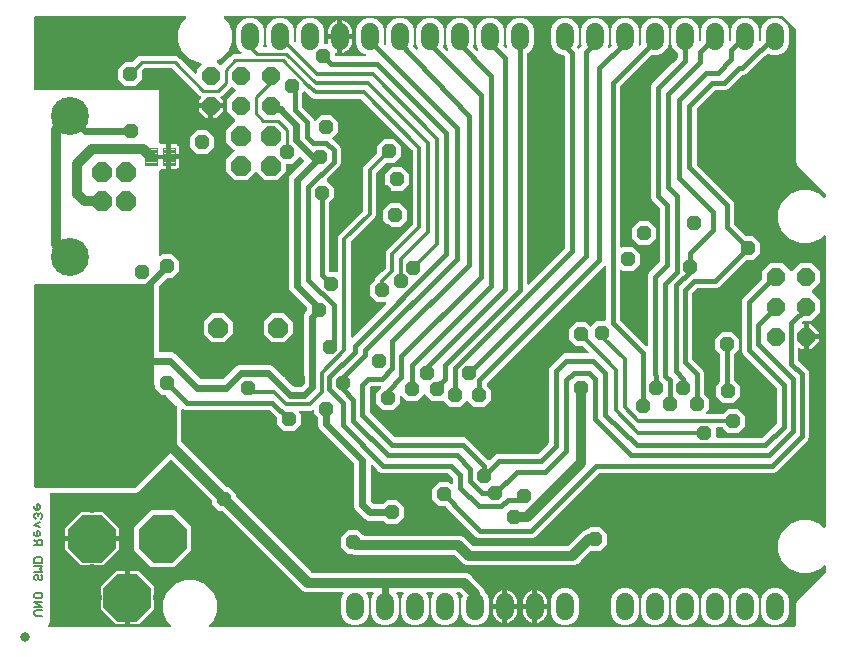
<source format=gbr>
G04 EAGLE Gerber RS-274X export*
G75*
%MOMM*%
%FSLAX34Y34*%
%LPD*%
%INBottom Copper*%
%IPPOS*%
%AMOC8*
5,1,8,0,0,1.08239X$1,22.5*%
G01*
%ADD10C,0.127000*%
%ADD11P,1.677704X8X292.500000*%
%ADD12P,4.329560X8X202.500000*%
%ADD13P,4.329560X8X112.500000*%
%ADD14C,1.950000*%
%ADD15P,1.814519X8X292.500000*%
%ADD16C,3.216000*%
%ADD17P,1.677704X8X202.500000*%
%ADD18C,0.116838*%
%ADD19P,1.814519X8X112.500000*%
%ADD20C,0.800000*%
%ADD21C,1.524000*%
%ADD22C,0.812800*%
%ADD23C,0.609600*%
%ADD24P,1.319650X8X22.500000*%
%ADD25C,0.304800*%
%ADD26C,0.406400*%
%ADD27C,0.254000*%
%ADD28C,0.381000*%

G36*
X122835Y7879D02*
X122835Y7879D01*
X122865Y7876D01*
X122976Y7899D01*
X123088Y7915D01*
X123115Y7927D01*
X123143Y7932D01*
X123244Y7985D01*
X123347Y8031D01*
X123370Y8050D01*
X123396Y8063D01*
X123478Y8141D01*
X123564Y8214D01*
X123581Y8239D01*
X123602Y8259D01*
X123659Y8357D01*
X123722Y8451D01*
X123731Y8479D01*
X123746Y8504D01*
X123773Y8614D01*
X123808Y8722D01*
X123808Y8752D01*
X123816Y8780D01*
X123812Y8893D01*
X123815Y9006D01*
X123808Y9035D01*
X123807Y9064D01*
X123772Y9172D01*
X123743Y9281D01*
X123728Y9307D01*
X123719Y9335D01*
X123674Y9398D01*
X123598Y9526D01*
X123552Y9569D01*
X123524Y9608D01*
X120537Y12595D01*
X117095Y20904D01*
X117095Y29896D01*
X120537Y38205D01*
X126895Y44563D01*
X135204Y48005D01*
X144196Y48005D01*
X152505Y44563D01*
X158863Y38205D01*
X162305Y29896D01*
X162305Y20904D01*
X158863Y12595D01*
X155876Y9608D01*
X155858Y9584D01*
X155836Y9565D01*
X155773Y9471D01*
X155705Y9381D01*
X155694Y9353D01*
X155678Y9329D01*
X155644Y9221D01*
X155604Y9115D01*
X155601Y9086D01*
X155592Y9058D01*
X155589Y8944D01*
X155580Y8832D01*
X155586Y8803D01*
X155585Y8774D01*
X155614Y8664D01*
X155636Y8553D01*
X155649Y8527D01*
X155657Y8499D01*
X155715Y8401D01*
X155767Y8301D01*
X155787Y8279D01*
X155802Y8254D01*
X155885Y8177D01*
X155963Y8095D01*
X155988Y8080D01*
X156009Y8060D01*
X156110Y8008D01*
X156208Y7951D01*
X156236Y7944D01*
X156263Y7930D01*
X156340Y7917D01*
X156484Y7881D01*
X156546Y7883D01*
X156594Y7875D01*
X650400Y7875D01*
X650456Y7883D01*
X650500Y7880D01*
X650716Y7901D01*
X650992Y7968D01*
X650999Y7972D01*
X651005Y7973D01*
X651405Y8139D01*
X651432Y8155D01*
X651461Y8164D01*
X651525Y8210D01*
X651650Y8284D01*
X651694Y8330D01*
X651735Y8359D01*
X652041Y8665D01*
X652059Y8690D01*
X652083Y8710D01*
X652125Y8777D01*
X652212Y8893D01*
X652235Y8953D01*
X652261Y8995D01*
X652427Y9395D01*
X652498Y9670D01*
X652497Y9678D01*
X652499Y9684D01*
X652520Y9900D01*
X652518Y9957D01*
X652525Y10000D01*
X652525Y26966D01*
X653724Y29861D01*
X656082Y32219D01*
X677628Y53764D01*
X677680Y53834D01*
X677740Y53898D01*
X677766Y53948D01*
X677799Y53992D01*
X677830Y54073D01*
X677870Y54151D01*
X677878Y54199D01*
X677900Y54257D01*
X677912Y54405D01*
X677925Y54482D01*
X677925Y59306D01*
X677921Y59335D01*
X677924Y59365D01*
X677901Y59476D01*
X677885Y59588D01*
X677873Y59615D01*
X677868Y59643D01*
X677815Y59744D01*
X677769Y59847D01*
X677750Y59870D01*
X677737Y59896D01*
X677659Y59978D01*
X677586Y60064D01*
X677561Y60081D01*
X677541Y60102D01*
X677443Y60159D01*
X677349Y60222D01*
X677321Y60231D01*
X677296Y60246D01*
X677186Y60273D01*
X677078Y60308D01*
X677048Y60308D01*
X677020Y60316D01*
X676907Y60312D01*
X676794Y60315D01*
X676765Y60308D01*
X676736Y60307D01*
X676628Y60272D01*
X676519Y60243D01*
X676493Y60228D01*
X676465Y60219D01*
X676402Y60174D01*
X676274Y60098D01*
X676231Y60052D01*
X676192Y60024D01*
X673205Y57037D01*
X664896Y53595D01*
X655904Y53595D01*
X647595Y57037D01*
X641237Y63395D01*
X637795Y71704D01*
X637795Y80696D01*
X641237Y89005D01*
X647595Y95363D01*
X655904Y98805D01*
X664896Y98805D01*
X673205Y95363D01*
X676192Y92376D01*
X676216Y92358D01*
X676235Y92336D01*
X676329Y92273D01*
X676419Y92205D01*
X676447Y92194D01*
X676471Y92178D01*
X676579Y92144D01*
X676685Y92104D01*
X676714Y92101D01*
X676742Y92092D01*
X676856Y92089D01*
X676968Y92080D01*
X676997Y92086D01*
X677026Y92085D01*
X677136Y92114D01*
X677247Y92136D01*
X677273Y92149D01*
X677301Y92157D01*
X677399Y92215D01*
X677499Y92267D01*
X677521Y92287D01*
X677546Y92302D01*
X677623Y92385D01*
X677705Y92463D01*
X677720Y92488D01*
X677740Y92509D01*
X677792Y92610D01*
X677849Y92708D01*
X677856Y92736D01*
X677870Y92763D01*
X677883Y92840D01*
X677919Y92984D01*
X677917Y93046D01*
X677925Y93094D01*
X677925Y338706D01*
X677921Y338735D01*
X677924Y338765D01*
X677901Y338876D01*
X677885Y338988D01*
X677873Y339015D01*
X677868Y339043D01*
X677815Y339144D01*
X677769Y339247D01*
X677750Y339270D01*
X677737Y339296D01*
X677659Y339378D01*
X677586Y339464D01*
X677561Y339481D01*
X677541Y339502D01*
X677443Y339559D01*
X677349Y339622D01*
X677321Y339631D01*
X677296Y339646D01*
X677186Y339673D01*
X677078Y339708D01*
X677048Y339708D01*
X677020Y339716D01*
X676907Y339712D01*
X676794Y339715D01*
X676765Y339708D01*
X676736Y339707D01*
X676628Y339672D01*
X676519Y339643D01*
X676493Y339628D01*
X676465Y339619D01*
X676402Y339574D01*
X676274Y339498D01*
X676231Y339452D01*
X676192Y339424D01*
X673205Y336437D01*
X664896Y332995D01*
X655904Y332995D01*
X647595Y336437D01*
X641237Y342795D01*
X637795Y351104D01*
X637795Y360096D01*
X641237Y368405D01*
X647595Y374763D01*
X655904Y378205D01*
X664896Y378205D01*
X673205Y374763D01*
X676192Y371776D01*
X676216Y371758D01*
X676235Y371736D01*
X676329Y371673D01*
X676419Y371605D01*
X676447Y371594D01*
X676471Y371578D01*
X676579Y371544D01*
X676685Y371504D01*
X676714Y371501D01*
X676742Y371492D01*
X676856Y371489D01*
X676968Y371480D01*
X676997Y371486D01*
X677026Y371485D01*
X677136Y371514D01*
X677247Y371536D01*
X677273Y371549D01*
X677301Y371557D01*
X677399Y371615D01*
X677499Y371667D01*
X677521Y371687D01*
X677546Y371702D01*
X677623Y371785D01*
X677705Y371863D01*
X677720Y371888D01*
X677740Y371909D01*
X677792Y372010D01*
X677849Y372108D01*
X677856Y372136D01*
X677870Y372163D01*
X677883Y372240D01*
X677919Y372384D01*
X677917Y372446D01*
X677925Y372494D01*
X677925Y374778D01*
X677913Y374864D01*
X677910Y374952D01*
X677893Y375004D01*
X677885Y375059D01*
X677850Y375139D01*
X677823Y375222D01*
X677795Y375261D01*
X677769Y375319D01*
X677673Y375432D01*
X677628Y375496D01*
X656082Y397041D01*
X653724Y399399D01*
X652525Y402294D01*
X652525Y514478D01*
X652513Y514564D01*
X652510Y514652D01*
X652493Y514704D01*
X652485Y514759D01*
X652450Y514839D01*
X652449Y514840D01*
X652440Y514876D01*
X652435Y514884D01*
X652423Y514922D01*
X652395Y514961D01*
X652369Y515019D01*
X652322Y515074D01*
X652295Y515120D01*
X652255Y515158D01*
X652228Y515196D01*
X642196Y525228D01*
X642126Y525280D01*
X642062Y525340D01*
X642012Y525366D01*
X641968Y525399D01*
X641887Y525430D01*
X641809Y525470D01*
X641761Y525478D01*
X641703Y525500D01*
X641555Y525512D01*
X641478Y525525D01*
X169294Y525525D01*
X169265Y525521D01*
X169235Y525524D01*
X169124Y525501D01*
X169012Y525485D01*
X168985Y525473D01*
X168957Y525468D01*
X168856Y525415D01*
X168753Y525369D01*
X168730Y525350D01*
X168704Y525337D01*
X168622Y525259D01*
X168536Y525186D01*
X168519Y525161D01*
X168498Y525141D01*
X168441Y525043D01*
X168378Y524949D01*
X168369Y524921D01*
X168354Y524896D01*
X168327Y524786D01*
X168292Y524678D01*
X168292Y524648D01*
X168284Y524620D01*
X168288Y524507D01*
X168285Y524394D01*
X168292Y524365D01*
X168293Y524336D01*
X168328Y524228D01*
X168357Y524119D01*
X168372Y524093D01*
X168381Y524065D01*
X168426Y524002D01*
X168502Y523874D01*
X168548Y523831D01*
X168576Y523792D01*
X171563Y520805D01*
X175005Y512496D01*
X175005Y503504D01*
X171563Y495195D01*
X165205Y488837D01*
X163163Y487991D01*
X163077Y487940D01*
X163058Y487932D01*
X163051Y487926D01*
X162962Y487880D01*
X162942Y487861D01*
X162918Y487846D01*
X162839Y487763D01*
X162756Y487684D01*
X162742Y487660D01*
X162723Y487640D01*
X162670Y487538D01*
X162612Y487439D01*
X162605Y487412D01*
X162593Y487387D01*
X162570Y487274D01*
X162542Y487163D01*
X162543Y487135D01*
X162538Y487108D01*
X162547Y486994D01*
X162551Y486879D01*
X162560Y486852D01*
X162562Y486825D01*
X162603Y486718D01*
X162639Y486608D01*
X162653Y486588D01*
X162664Y486559D01*
X162825Y486347D01*
X162833Y486335D01*
X162836Y486333D01*
X165154Y484014D01*
X165201Y483979D01*
X165241Y483937D01*
X165314Y483894D01*
X165381Y483843D01*
X165436Y483823D01*
X165486Y483793D01*
X165568Y483772D01*
X165647Y483742D01*
X165705Y483737D01*
X165762Y483723D01*
X165846Y483726D01*
X165930Y483719D01*
X165988Y483730D01*
X166046Y483732D01*
X166126Y483758D01*
X166209Y483775D01*
X166261Y483802D01*
X166317Y483820D01*
X166373Y483860D01*
X166461Y483906D01*
X166534Y483974D01*
X166590Y484014D01*
X167301Y484725D01*
X173389Y490813D01*
X175032Y492457D01*
X176993Y493269D01*
X182446Y493269D01*
X182475Y493273D01*
X182504Y493270D01*
X182615Y493293D01*
X182727Y493309D01*
X182754Y493321D01*
X182783Y493326D01*
X182883Y493379D01*
X182986Y493425D01*
X183009Y493444D01*
X183035Y493457D01*
X183117Y493535D01*
X183203Y493608D01*
X183220Y493633D01*
X183241Y493653D01*
X183298Y493751D01*
X183361Y493845D01*
X183370Y493873D01*
X183385Y493898D01*
X183413Y494008D01*
X183447Y494116D01*
X183448Y494146D01*
X183455Y494174D01*
X183451Y494287D01*
X183454Y494400D01*
X183447Y494429D01*
X183446Y494458D01*
X183411Y494566D01*
X183382Y494675D01*
X183367Y494701D01*
X183358Y494729D01*
X183313Y494792D01*
X183237Y494920D01*
X183191Y494963D01*
X183163Y495002D01*
X180594Y497571D01*
X178815Y501866D01*
X178815Y514134D01*
X180594Y518429D01*
X183881Y521716D01*
X188176Y523495D01*
X192824Y523495D01*
X197119Y521716D01*
X200406Y518429D01*
X202185Y514134D01*
X202185Y501866D01*
X201520Y500261D01*
X201491Y500149D01*
X201456Y500040D01*
X201456Y500012D01*
X201449Y499985D01*
X201452Y499871D01*
X201449Y499756D01*
X201456Y499729D01*
X201457Y499701D01*
X201492Y499592D01*
X201521Y499481D01*
X201535Y499457D01*
X201544Y499430D01*
X201608Y499335D01*
X201666Y499236D01*
X201687Y499217D01*
X201702Y499194D01*
X201790Y499120D01*
X201874Y499042D01*
X201898Y499029D01*
X201920Y499011D01*
X202024Y498965D01*
X202127Y498912D01*
X202151Y498908D01*
X202179Y498896D01*
X202443Y498859D01*
X202458Y498857D01*
X203942Y498857D01*
X204056Y498873D01*
X204170Y498883D01*
X204196Y498893D01*
X204224Y498897D01*
X204329Y498944D01*
X204436Y498985D01*
X204458Y499001D01*
X204483Y499013D01*
X204571Y499087D01*
X204662Y499156D01*
X204679Y499179D01*
X204700Y499196D01*
X204764Y499292D01*
X204833Y499384D01*
X204842Y499410D01*
X204858Y499433D01*
X204892Y499543D01*
X204933Y499650D01*
X204935Y499678D01*
X204944Y499704D01*
X204946Y499819D01*
X204956Y499933D01*
X204950Y499958D01*
X204951Y499988D01*
X204884Y500245D01*
X204880Y500261D01*
X204215Y501866D01*
X204215Y514134D01*
X205994Y518429D01*
X209281Y521716D01*
X213576Y523495D01*
X218224Y523495D01*
X222519Y521716D01*
X225806Y518429D01*
X227585Y514134D01*
X227585Y504639D01*
X227597Y504553D01*
X227600Y504465D01*
X227617Y504413D01*
X227625Y504358D01*
X227660Y504278D01*
X227687Y504195D01*
X227715Y504156D01*
X227741Y504099D01*
X227837Y503985D01*
X227882Y503922D01*
X227906Y503904D01*
X227924Y503882D01*
X227925Y503881D01*
X228019Y503819D01*
X228109Y503751D01*
X228137Y503740D01*
X228161Y503724D01*
X228269Y503690D01*
X228375Y503649D01*
X228404Y503647D01*
X228432Y503638D01*
X228546Y503635D01*
X228658Y503626D01*
X228687Y503632D01*
X228716Y503631D01*
X228826Y503659D01*
X228937Y503682D01*
X228963Y503695D01*
X228991Y503703D01*
X229089Y503760D01*
X229189Y503813D01*
X229211Y503833D01*
X229236Y503848D01*
X229313Y503930D01*
X229395Y504008D01*
X229410Y504034D01*
X229430Y504055D01*
X229482Y504156D01*
X229539Y504254D01*
X229546Y504282D01*
X229560Y504308D01*
X229573Y504386D01*
X229609Y504529D01*
X229607Y504592D01*
X229615Y504639D01*
X229615Y514134D01*
X231394Y518429D01*
X234681Y521716D01*
X238976Y523495D01*
X243624Y523495D01*
X247919Y521716D01*
X251206Y518429D01*
X252985Y514134D01*
X252985Y502666D01*
X252993Y502608D01*
X252991Y502550D01*
X253013Y502468D01*
X253025Y502384D01*
X253048Y502331D01*
X253063Y502275D01*
X253106Y502202D01*
X253141Y502125D01*
X253179Y502080D01*
X253208Y502030D01*
X253270Y501972D01*
X253324Y501908D01*
X253373Y501876D01*
X253416Y501836D01*
X253491Y501797D01*
X253561Y501750D01*
X253617Y501733D01*
X253669Y501706D01*
X253737Y501695D01*
X253832Y501665D01*
X253932Y501662D01*
X254000Y501651D01*
X255626Y501651D01*
X255761Y501670D01*
X255899Y501688D01*
X255903Y501690D01*
X255908Y501691D01*
X256033Y501747D01*
X256159Y501802D01*
X256163Y501805D01*
X256167Y501807D01*
X256272Y501895D01*
X256378Y501984D01*
X256381Y501988D01*
X256384Y501990D01*
X256460Y502105D01*
X256538Y502219D01*
X256539Y502223D01*
X256542Y502227D01*
X256584Y502360D01*
X256626Y502489D01*
X256626Y502493D01*
X256627Y502498D01*
X256635Y502782D01*
X256629Y502805D01*
X256629Y502825D01*
X256539Y503390D01*
X256539Y505969D01*
X264669Y505969D01*
X264669Y494224D01*
X264321Y494279D01*
X264220Y494312D01*
X264146Y494325D01*
X264074Y494348D01*
X264006Y494350D01*
X263940Y494361D01*
X263865Y494353D01*
X263790Y494355D01*
X263724Y494338D01*
X263657Y494331D01*
X263587Y494303D01*
X263515Y494283D01*
X263457Y494249D01*
X263394Y494223D01*
X263335Y494177D01*
X263270Y494138D01*
X263224Y494089D01*
X263171Y494047D01*
X263127Y493986D01*
X263076Y493931D01*
X263045Y493871D01*
X263006Y493816D01*
X262980Y493745D01*
X262946Y493678D01*
X262937Y493621D01*
X262911Y493548D01*
X262903Y493423D01*
X262891Y493347D01*
X262891Y492252D01*
X262899Y492194D01*
X262897Y492136D01*
X262919Y492054D01*
X262931Y491970D01*
X262954Y491917D01*
X262969Y491861D01*
X263012Y491788D01*
X263047Y491711D01*
X263085Y491666D01*
X263114Y491616D01*
X263176Y491558D01*
X263230Y491494D01*
X263279Y491462D01*
X263322Y491422D01*
X263397Y491383D01*
X263467Y491336D01*
X263523Y491319D01*
X263575Y491292D01*
X263643Y491281D01*
X263738Y491251D01*
X263838Y491248D01*
X263906Y491237D01*
X287734Y491237D01*
X287819Y491249D01*
X287905Y491251D01*
X287959Y491269D01*
X288016Y491277D01*
X288094Y491312D01*
X288176Y491338D01*
X288223Y491370D01*
X288275Y491393D01*
X288341Y491448D01*
X288412Y491496D01*
X288449Y491540D01*
X288492Y491576D01*
X288540Y491648D01*
X288595Y491714D01*
X288618Y491766D01*
X288650Y491813D01*
X288676Y491895D01*
X288711Y491974D01*
X288718Y492030D01*
X288736Y492084D01*
X288738Y492170D01*
X288750Y492255D01*
X288741Y492311D01*
X288743Y492368D01*
X288721Y492451D01*
X288709Y492536D01*
X288685Y492588D01*
X288671Y492643D01*
X288627Y492717D01*
X288592Y492796D01*
X288555Y492839D01*
X288526Y492888D01*
X288463Y492947D01*
X288407Y493012D01*
X288366Y493038D01*
X288319Y493082D01*
X288189Y493148D01*
X288123Y493190D01*
X285481Y494284D01*
X282194Y497571D01*
X280415Y501866D01*
X280415Y514134D01*
X282194Y518429D01*
X285481Y521716D01*
X289776Y523495D01*
X294424Y523495D01*
X298719Y521716D01*
X302006Y518429D01*
X303785Y514134D01*
X303785Y501802D01*
X303757Y501695D01*
X303757Y501693D01*
X303757Y501692D01*
X303761Y501553D01*
X303765Y501411D01*
X303766Y501409D01*
X303766Y501408D01*
X303809Y501273D01*
X303852Y501140D01*
X303853Y501139D01*
X303853Y501137D01*
X303863Y501124D01*
X304010Y500904D01*
X304034Y500884D01*
X304048Y500864D01*
X304164Y500748D01*
X304233Y500696D01*
X304295Y500637D01*
X304346Y500611D01*
X304391Y500577D01*
X304472Y500546D01*
X304548Y500507D01*
X304604Y500496D01*
X304657Y500476D01*
X304743Y500469D01*
X304827Y500452D01*
X304884Y500457D01*
X304940Y500452D01*
X305025Y500469D01*
X305110Y500477D01*
X305163Y500497D01*
X305219Y500508D01*
X305295Y500548D01*
X305376Y500579D01*
X305421Y500613D01*
X305471Y500639D01*
X305534Y500698D01*
X305602Y500750D01*
X305636Y500796D01*
X305678Y500835D01*
X305721Y500909D01*
X305772Y500978D01*
X305793Y501031D01*
X305821Y501080D01*
X305842Y501164D01*
X305873Y501244D01*
X305877Y501301D01*
X305891Y501356D01*
X305889Y501442D01*
X305895Y501527D01*
X305884Y501576D01*
X305882Y501640D01*
X305838Y501778D01*
X305820Y501854D01*
X305815Y501866D01*
X305815Y514134D01*
X307594Y518429D01*
X310881Y521716D01*
X315176Y523495D01*
X319824Y523495D01*
X324119Y521716D01*
X327406Y518429D01*
X329185Y514134D01*
X329185Y501866D01*
X328681Y500650D01*
X328649Y500526D01*
X328648Y500522D01*
X328622Y500439D01*
X328621Y500429D01*
X328614Y500402D01*
X328614Y500388D01*
X328610Y500375D01*
X328614Y500247D01*
X328614Y500118D01*
X328618Y500105D01*
X328618Y500091D01*
X328658Y499968D01*
X328693Y499845D01*
X328700Y499834D01*
X328705Y499820D01*
X328863Y499584D01*
X328874Y499575D01*
X328880Y499566D01*
X330955Y497361D01*
X331034Y497298D01*
X331107Y497228D01*
X331144Y497209D01*
X331177Y497183D01*
X331270Y497145D01*
X331360Y497098D01*
X331401Y497090D01*
X331439Y497074D01*
X331540Y497063D01*
X331639Y497043D01*
X331680Y497047D01*
X331722Y497042D01*
X331821Y497059D01*
X331922Y497068D01*
X331961Y497083D01*
X332002Y497090D01*
X332093Y497133D01*
X332187Y497170D01*
X332221Y497195D01*
X332258Y497213D01*
X332333Y497280D01*
X332414Y497341D01*
X332439Y497375D01*
X332470Y497402D01*
X332524Y497488D01*
X332584Y497569D01*
X332599Y497608D01*
X332621Y497643D01*
X332649Y497740D01*
X332685Y497835D01*
X332688Y497876D01*
X332699Y497916D01*
X332699Y498017D01*
X332707Y498118D01*
X332699Y498154D01*
X332699Y498201D01*
X332647Y498379D01*
X332632Y498446D01*
X331215Y501866D01*
X331215Y514134D01*
X332994Y518429D01*
X336281Y521716D01*
X340576Y523495D01*
X345224Y523495D01*
X349519Y521716D01*
X352806Y518429D01*
X354585Y514134D01*
X354585Y501866D01*
X353884Y500174D01*
X353884Y500173D01*
X353883Y500171D01*
X353848Y500036D01*
X353813Y499899D01*
X353813Y499897D01*
X353813Y499896D01*
X353817Y499755D01*
X353821Y499615D01*
X353822Y499613D01*
X353822Y499612D01*
X353865Y499479D01*
X353908Y499344D01*
X353909Y499343D01*
X353909Y499341D01*
X353918Y499329D01*
X354066Y499108D01*
X354090Y499088D01*
X354104Y499068D01*
X356760Y496412D01*
X356829Y496360D01*
X356891Y496301D01*
X356942Y496275D01*
X356987Y496241D01*
X357068Y496210D01*
X357144Y496171D01*
X357200Y496160D01*
X357253Y496140D01*
X357339Y496133D01*
X357423Y496116D01*
X357480Y496121D01*
X357536Y496116D01*
X357621Y496133D01*
X357706Y496140D01*
X357759Y496161D01*
X357815Y496172D01*
X357891Y496212D01*
X357972Y496242D01*
X358017Y496277D01*
X358067Y496303D01*
X358130Y496362D01*
X358198Y496414D01*
X358232Y496460D01*
X358274Y496499D01*
X358317Y496573D01*
X358368Y496642D01*
X358389Y496695D01*
X358417Y496744D01*
X358438Y496827D01*
X358469Y496908D01*
X358473Y496965D01*
X358487Y497020D01*
X358485Y497105D01*
X358492Y497191D01*
X358480Y497239D01*
X358478Y497304D01*
X358434Y497442D01*
X358416Y497518D01*
X356615Y501866D01*
X356615Y514134D01*
X358394Y518429D01*
X361681Y521716D01*
X365976Y523495D01*
X370624Y523495D01*
X374919Y521716D01*
X378206Y518429D01*
X379985Y514134D01*
X379985Y501866D01*
X379284Y500174D01*
X379284Y500173D01*
X379283Y500171D01*
X379249Y500038D01*
X379213Y499899D01*
X379213Y499897D01*
X379213Y499896D01*
X379217Y499755D01*
X379221Y499615D01*
X379222Y499613D01*
X379222Y499612D01*
X379265Y499477D01*
X379308Y499344D01*
X379309Y499343D01*
X379309Y499341D01*
X379318Y499329D01*
X379466Y499108D01*
X379490Y499088D01*
X379504Y499068D01*
X382160Y496412D01*
X382229Y496360D01*
X382291Y496301D01*
X382342Y496275D01*
X382387Y496241D01*
X382468Y496210D01*
X382544Y496171D01*
X382600Y496160D01*
X382653Y496140D01*
X382739Y496133D01*
X382823Y496116D01*
X382880Y496121D01*
X382936Y496116D01*
X383021Y496133D01*
X383106Y496140D01*
X383159Y496161D01*
X383215Y496172D01*
X383291Y496212D01*
X383372Y496242D01*
X383417Y496277D01*
X383467Y496303D01*
X383530Y496362D01*
X383598Y496414D01*
X383632Y496460D01*
X383674Y496499D01*
X383717Y496573D01*
X383768Y496642D01*
X383789Y496695D01*
X383817Y496744D01*
X383838Y496827D01*
X383869Y496908D01*
X383873Y496965D01*
X383887Y497020D01*
X383885Y497105D01*
X383892Y497191D01*
X383880Y497239D01*
X383878Y497304D01*
X383834Y497442D01*
X383816Y497518D01*
X382015Y501866D01*
X382015Y514134D01*
X383794Y518429D01*
X387081Y521716D01*
X391376Y523495D01*
X396024Y523495D01*
X400319Y521716D01*
X403606Y518429D01*
X405385Y514134D01*
X405385Y501866D01*
X405056Y501072D01*
X405056Y501071D01*
X405055Y501069D01*
X405021Y500936D01*
X404985Y500797D01*
X404985Y500795D01*
X404985Y500794D01*
X404989Y500650D01*
X404993Y500513D01*
X404994Y500511D01*
X404994Y500510D01*
X405038Y500374D01*
X405080Y500242D01*
X405081Y500241D01*
X405081Y500239D01*
X405090Y500227D01*
X405238Y500006D01*
X405262Y499986D01*
X405276Y499966D01*
X406662Y498580D01*
X406731Y498528D01*
X406793Y498469D01*
X406844Y498443D01*
X406889Y498409D01*
X406970Y498378D01*
X407046Y498339D01*
X407102Y498328D01*
X407155Y498308D01*
X407241Y498301D01*
X407325Y498284D01*
X407382Y498289D01*
X407438Y498284D01*
X407523Y498301D01*
X407608Y498309D01*
X407661Y498329D01*
X407717Y498340D01*
X407793Y498380D01*
X407874Y498411D01*
X407919Y498445D01*
X407969Y498471D01*
X408032Y498530D01*
X408100Y498582D01*
X408134Y498628D01*
X408176Y498667D01*
X408219Y498741D01*
X408270Y498810D01*
X408291Y498863D01*
X408319Y498912D01*
X408340Y498995D01*
X408371Y499076D01*
X408375Y499133D01*
X408389Y499188D01*
X408387Y499274D01*
X408393Y499359D01*
X408382Y499407D01*
X408380Y499472D01*
X408336Y499610D01*
X408318Y499686D01*
X407415Y501866D01*
X407415Y514134D01*
X409194Y518429D01*
X412481Y521716D01*
X416776Y523495D01*
X421424Y523495D01*
X425719Y521716D01*
X429006Y518429D01*
X430785Y514134D01*
X430785Y501866D01*
X429006Y497571D01*
X425674Y494239D01*
X425579Y494183D01*
X425577Y494182D01*
X425576Y494181D01*
X425478Y494076D01*
X425383Y493976D01*
X425383Y493975D01*
X425382Y493974D01*
X425313Y493840D01*
X425253Y493724D01*
X425253Y493722D01*
X425252Y493721D01*
X425250Y493705D01*
X425198Y493445D01*
X425201Y493414D01*
X425197Y493390D01*
X425197Y299110D01*
X425201Y299081D01*
X425198Y299052D01*
X425221Y298941D01*
X425237Y298828D01*
X425249Y298802D01*
X425254Y298773D01*
X425306Y298672D01*
X425353Y298569D01*
X425372Y298546D01*
X425385Y298521D01*
X425463Y298438D01*
X425536Y298352D01*
X425561Y298336D01*
X425581Y298314D01*
X425679Y298257D01*
X425773Y298194D01*
X425801Y298185D01*
X425826Y298171D01*
X425936Y298143D01*
X426044Y298109D01*
X426074Y298108D01*
X426102Y298101D01*
X426215Y298104D01*
X426328Y298101D01*
X426357Y298109D01*
X426386Y298110D01*
X426494Y298144D01*
X426603Y298173D01*
X426629Y298188D01*
X426657Y298197D01*
X426720Y298243D01*
X426848Y298318D01*
X426891Y298364D01*
X426930Y298392D01*
X457156Y328618D01*
X457208Y328688D01*
X457268Y328752D01*
X457294Y328801D01*
X457327Y328845D01*
X457358Y328927D01*
X457398Y329005D01*
X457406Y329052D01*
X457428Y329111D01*
X457440Y329259D01*
X457453Y329336D01*
X457453Y491084D01*
X457441Y491171D01*
X457438Y491258D01*
X457421Y491311D01*
X457413Y491366D01*
X457378Y491445D01*
X457351Y491529D01*
X457323Y491568D01*
X457297Y491625D01*
X457201Y491738D01*
X457184Y491762D01*
X457180Y491770D01*
X457177Y491772D01*
X457156Y491802D01*
X456750Y492208D01*
X456680Y492260D01*
X456616Y492320D01*
X456567Y492346D01*
X456523Y492379D01*
X456441Y492410D01*
X456363Y492450D01*
X456316Y492458D01*
X456257Y492480D01*
X456109Y492492D01*
X456032Y492505D01*
X454876Y492505D01*
X450581Y494284D01*
X447294Y497571D01*
X445515Y501866D01*
X445515Y514134D01*
X447294Y518429D01*
X450581Y521716D01*
X454876Y523495D01*
X459524Y523495D01*
X463819Y521716D01*
X467106Y518429D01*
X468885Y514134D01*
X468885Y501866D01*
X467812Y499276D01*
X467812Y499275D01*
X467811Y499273D01*
X467777Y499139D01*
X467741Y499001D01*
X467741Y498999D01*
X467741Y498998D01*
X467745Y498857D01*
X467749Y498717D01*
X467750Y498715D01*
X467750Y498714D01*
X467793Y498580D01*
X467836Y498446D01*
X467837Y498445D01*
X467837Y498443D01*
X467846Y498431D01*
X467994Y498210D01*
X468004Y498202D01*
X468007Y498197D01*
X468021Y498185D01*
X468032Y498170D01*
X468045Y498157D01*
X468136Y498088D01*
X468225Y498014D01*
X468250Y498003D01*
X468272Y497986D01*
X468379Y497945D01*
X468484Y497899D01*
X468512Y497895D01*
X468538Y497885D01*
X468652Y497876D01*
X468766Y497860D01*
X468794Y497864D01*
X468821Y497861D01*
X468934Y497884D01*
X469047Y497900D01*
X469073Y497912D01*
X469100Y497917D01*
X469202Y497970D01*
X469306Y498018D01*
X469328Y498036D01*
X469352Y498048D01*
X469435Y498127D01*
X469523Y498202D01*
X469536Y498223D01*
X469558Y498244D01*
X469693Y498474D01*
X469701Y498487D01*
X469811Y498754D01*
X471024Y499966D01*
X471025Y499967D01*
X471026Y499968D01*
X471111Y500082D01*
X471195Y500193D01*
X471195Y500195D01*
X471196Y500196D01*
X471245Y500326D01*
X471296Y500459D01*
X471296Y500460D01*
X471297Y500462D01*
X471308Y500605D01*
X471320Y500742D01*
X471319Y500743D01*
X471319Y500745D01*
X471316Y500761D01*
X471264Y501021D01*
X471250Y501048D01*
X471244Y501072D01*
X470915Y501866D01*
X470915Y514134D01*
X472694Y518429D01*
X475981Y521716D01*
X480276Y523495D01*
X484924Y523495D01*
X489219Y521716D01*
X492506Y518429D01*
X494285Y514134D01*
X494285Y501866D01*
X493382Y499686D01*
X493361Y499603D01*
X493330Y499523D01*
X493325Y499466D01*
X493311Y499411D01*
X493314Y499325D01*
X493306Y499240D01*
X493318Y499184D01*
X493319Y499127D01*
X493345Y499045D01*
X493362Y498961D01*
X493388Y498910D01*
X493406Y498856D01*
X493454Y498785D01*
X493493Y498708D01*
X493532Y498667D01*
X493564Y498620D01*
X493630Y498565D01*
X493689Y498502D01*
X493738Y498474D01*
X493782Y498437D01*
X493860Y498402D01*
X493934Y498359D01*
X493989Y498345D01*
X494041Y498321D01*
X494127Y498310D01*
X494210Y498289D01*
X494267Y498290D01*
X494323Y498283D01*
X494408Y498295D01*
X494494Y498298D01*
X494548Y498315D01*
X494604Y498323D01*
X494683Y498359D01*
X494764Y498385D01*
X494805Y498414D01*
X494864Y498440D01*
X494974Y498534D01*
X495038Y498580D01*
X496424Y499966D01*
X496425Y499967D01*
X496426Y499968D01*
X496514Y500086D01*
X496595Y500193D01*
X496595Y500195D01*
X496596Y500196D01*
X496647Y500329D01*
X496696Y500459D01*
X496696Y500460D01*
X496697Y500462D01*
X496708Y500605D01*
X496720Y500742D01*
X496719Y500743D01*
X496719Y500745D01*
X496716Y500761D01*
X496664Y501021D01*
X496650Y501048D01*
X496644Y501072D01*
X496315Y501866D01*
X496315Y514134D01*
X498094Y518429D01*
X501381Y521716D01*
X505676Y523495D01*
X510324Y523495D01*
X514619Y521716D01*
X517906Y518429D01*
X519685Y514134D01*
X519685Y501866D01*
X519680Y501854D01*
X519659Y501771D01*
X519628Y501691D01*
X519623Y501634D01*
X519609Y501579D01*
X519612Y501493D01*
X519604Y501408D01*
X519616Y501352D01*
X519617Y501295D01*
X519643Y501213D01*
X519660Y501129D01*
X519687Y501078D01*
X519704Y501024D01*
X519752Y500953D01*
X519791Y500877D01*
X519830Y500835D01*
X519862Y500788D01*
X519928Y500733D01*
X519987Y500670D01*
X520036Y500642D01*
X520080Y500605D01*
X520158Y500570D01*
X520232Y500527D01*
X520287Y500513D01*
X520340Y500490D01*
X520425Y500478D01*
X520508Y500457D01*
X520565Y500458D01*
X520621Y500451D01*
X520706Y500463D01*
X520792Y500466D01*
X520846Y500483D01*
X520902Y500491D01*
X520981Y500527D01*
X521063Y500553D01*
X521103Y500582D01*
X521162Y500608D01*
X521272Y500702D01*
X521336Y500748D01*
X521452Y500864D01*
X521453Y500865D01*
X521454Y500866D01*
X521540Y500981D01*
X521623Y501091D01*
X521623Y501093D01*
X521624Y501094D01*
X521674Y501226D01*
X521724Y501357D01*
X521724Y501358D01*
X521725Y501360D01*
X521736Y501500D01*
X521748Y501640D01*
X521747Y501642D01*
X521747Y501643D01*
X521744Y501659D01*
X521715Y501801D01*
X521715Y514134D01*
X523494Y518429D01*
X526781Y521716D01*
X531076Y523495D01*
X535724Y523495D01*
X540019Y521716D01*
X543306Y518429D01*
X545085Y514134D01*
X545085Y501866D01*
X543306Y497571D01*
X540019Y494284D01*
X535724Y492505D01*
X531012Y492505D01*
X530905Y492533D01*
X530903Y492533D01*
X530902Y492533D01*
X530765Y492529D01*
X530621Y492525D01*
X530619Y492524D01*
X530618Y492524D01*
X530484Y492481D01*
X530350Y492438D01*
X530349Y492437D01*
X530347Y492437D01*
X530334Y492428D01*
X530114Y492280D01*
X530094Y492256D01*
X530074Y492242D01*
X504234Y466402D01*
X504182Y466332D01*
X504122Y466268D01*
X504096Y466219D01*
X504063Y466175D01*
X504032Y466093D01*
X503992Y466015D01*
X503984Y465968D01*
X503962Y465909D01*
X503950Y465761D01*
X503937Y465684D01*
X503937Y330257D01*
X503941Y330228D01*
X503938Y330199D01*
X503961Y330088D01*
X503977Y329976D01*
X503989Y329949D01*
X503994Y329920D01*
X504047Y329819D01*
X504093Y329716D01*
X504112Y329694D01*
X504125Y329668D01*
X504203Y329586D01*
X504276Y329499D01*
X504301Y329483D01*
X504321Y329462D01*
X504419Y329404D01*
X504513Y329342D01*
X504541Y329333D01*
X504566Y329318D01*
X504676Y329290D01*
X504784Y329256D01*
X504814Y329255D01*
X504842Y329248D01*
X504955Y329252D01*
X505068Y329249D01*
X505097Y329256D01*
X505126Y329257D01*
X505234Y329292D01*
X505343Y329320D01*
X505369Y329335D01*
X505397Y329344D01*
X505461Y329390D01*
X505588Y329466D01*
X505631Y329511D01*
X505670Y329539D01*
X506331Y330201D01*
X514749Y330201D01*
X520701Y324249D01*
X520701Y315831D01*
X514749Y309879D01*
X506331Y309879D01*
X505670Y310541D01*
X505646Y310558D01*
X505627Y310581D01*
X505533Y310644D01*
X505443Y310712D01*
X505415Y310722D01*
X505391Y310738D01*
X505283Y310773D01*
X505177Y310813D01*
X505148Y310815D01*
X505120Y310824D01*
X505006Y310827D01*
X504894Y310836D01*
X504865Y310831D01*
X504836Y310831D01*
X504726Y310803D01*
X504615Y310781D01*
X504589Y310767D01*
X504561Y310760D01*
X504463Y310702D01*
X504363Y310650D01*
X504341Y310629D01*
X504316Y310614D01*
X504239Y310532D01*
X504157Y310454D01*
X504142Y310428D01*
X504122Y310407D01*
X504070Y310306D01*
X504013Y310208D01*
X504006Y310180D01*
X503992Y310154D01*
X503979Y310077D01*
X503943Y309933D01*
X503945Y309870D01*
X503937Y309823D01*
X503937Y268376D01*
X503949Y268289D01*
X503952Y268202D01*
X503969Y268149D01*
X503977Y268094D01*
X504012Y268015D01*
X504039Y267931D01*
X504067Y267892D01*
X504093Y267835D01*
X504189Y267722D01*
X504234Y267658D01*
X525570Y246322D01*
X525594Y246304D01*
X525613Y246282D01*
X525707Y246219D01*
X525797Y246151D01*
X525825Y246141D01*
X525849Y246124D01*
X525957Y246090D01*
X526063Y246050D01*
X526092Y246047D01*
X526120Y246039D01*
X526234Y246036D01*
X526346Y246026D01*
X526375Y246032D01*
X526404Y246031D01*
X526514Y246060D01*
X526625Y246082D01*
X526651Y246096D01*
X526679Y246103D01*
X526777Y246161D01*
X526877Y246213D01*
X526899Y246233D01*
X526924Y246248D01*
X527001Y246331D01*
X527083Y246409D01*
X527098Y246434D01*
X527118Y246456D01*
X527170Y246556D01*
X527227Y246654D01*
X527234Y246683D01*
X527248Y246709D01*
X527261Y246786D01*
X527297Y246930D01*
X527295Y246992D01*
X527303Y247040D01*
X527303Y306013D01*
X528231Y308254D01*
X530089Y310111D01*
X537166Y317188D01*
X537218Y317258D01*
X537278Y317322D01*
X537304Y317371D01*
X537337Y317415D01*
X537368Y317497D01*
X537408Y317575D01*
X537416Y317622D01*
X537438Y317681D01*
X537450Y317829D01*
X537463Y317906D01*
X537463Y362814D01*
X537451Y362901D01*
X537448Y362988D01*
X537431Y363041D01*
X537423Y363096D01*
X537388Y363175D01*
X537361Y363259D01*
X537333Y363298D01*
X537307Y363355D01*
X537211Y363468D01*
X537166Y363532D01*
X530771Y369926D01*
X529843Y372167D01*
X529843Y466033D01*
X530771Y468274D01*
X552406Y489908D01*
X552458Y489978D01*
X552518Y490042D01*
X552544Y490091D01*
X552577Y490135D01*
X552608Y490217D01*
X552648Y490295D01*
X552656Y490342D01*
X552678Y490401D01*
X552690Y490549D01*
X552703Y490626D01*
X552703Y493390D01*
X552703Y493391D01*
X552703Y493393D01*
X552683Y493530D01*
X552663Y493671D01*
X552663Y493672D01*
X552663Y493674D01*
X552604Y493805D01*
X552547Y493930D01*
X552546Y493932D01*
X552546Y493933D01*
X552456Y494038D01*
X552364Y494147D01*
X552362Y494148D01*
X552361Y494149D01*
X552348Y494158D01*
X552227Y494239D01*
X548894Y497571D01*
X547115Y501866D01*
X547115Y514134D01*
X548894Y518429D01*
X552181Y521716D01*
X556476Y523495D01*
X561124Y523495D01*
X565419Y521716D01*
X568706Y518429D01*
X570485Y514134D01*
X570485Y505358D01*
X570489Y505329D01*
X570486Y505300D01*
X570509Y505189D01*
X570525Y505076D01*
X570537Y505050D01*
X570542Y505021D01*
X570594Y504920D01*
X570641Y504817D01*
X570660Y504794D01*
X570673Y504769D01*
X570751Y504686D01*
X570824Y504600D01*
X570849Y504584D01*
X570869Y504562D01*
X570967Y504505D01*
X571061Y504442D01*
X571089Y504433D01*
X571114Y504419D01*
X571224Y504391D01*
X571332Y504357D01*
X571362Y504356D01*
X571390Y504349D01*
X571503Y504352D01*
X571616Y504349D01*
X571645Y504357D01*
X571674Y504358D01*
X571782Y504392D01*
X571891Y504421D01*
X571917Y504436D01*
X571945Y504445D01*
X572008Y504491D01*
X572136Y504566D01*
X572179Y504612D01*
X572218Y504640D01*
X572270Y504710D01*
X572330Y504774D01*
X572356Y504823D01*
X572389Y504867D01*
X572420Y504949D01*
X572460Y505027D01*
X572468Y505074D01*
X572490Y505133D01*
X572502Y505281D01*
X572515Y505358D01*
X572515Y514134D01*
X574294Y518429D01*
X577581Y521716D01*
X581876Y523495D01*
X586524Y523495D01*
X590819Y521716D01*
X594106Y518429D01*
X595885Y514134D01*
X595885Y505358D01*
X595889Y505329D01*
X595886Y505300D01*
X595909Y505189D01*
X595925Y505076D01*
X595937Y505050D01*
X595942Y505021D01*
X595994Y504920D01*
X596041Y504817D01*
X596060Y504794D01*
X596073Y504769D01*
X596151Y504686D01*
X596224Y504600D01*
X596249Y504584D01*
X596269Y504562D01*
X596367Y504505D01*
X596461Y504442D01*
X596489Y504433D01*
X596514Y504419D01*
X596624Y504391D01*
X596732Y504357D01*
X596762Y504356D01*
X596790Y504349D01*
X596903Y504352D01*
X597016Y504349D01*
X597045Y504357D01*
X597074Y504358D01*
X597182Y504392D01*
X597291Y504421D01*
X597317Y504436D01*
X597345Y504445D01*
X597408Y504491D01*
X597536Y504566D01*
X597579Y504612D01*
X597618Y504640D01*
X597670Y504710D01*
X597730Y504774D01*
X597756Y504823D01*
X597789Y504867D01*
X597820Y504949D01*
X597860Y505027D01*
X597868Y505074D01*
X597890Y505133D01*
X597902Y505281D01*
X597915Y505358D01*
X597915Y514134D01*
X599694Y518429D01*
X602981Y521716D01*
X607276Y523495D01*
X611924Y523495D01*
X616219Y521716D01*
X619506Y518429D01*
X621285Y514134D01*
X621285Y505358D01*
X621292Y505308D01*
X621290Y505258D01*
X621312Y505168D01*
X621325Y505076D01*
X621345Y505031D01*
X621357Y504982D01*
X621403Y504902D01*
X621441Y504817D01*
X621473Y504779D01*
X621498Y504735D01*
X621565Y504671D01*
X621624Y504600D01*
X621666Y504572D01*
X621702Y504537D01*
X621784Y504494D01*
X621861Y504442D01*
X621909Y504427D01*
X621953Y504404D01*
X622044Y504385D01*
X622132Y504357D01*
X622182Y504355D01*
X622231Y504345D01*
X622324Y504352D01*
X622416Y504349D01*
X622465Y504362D01*
X622515Y504366D01*
X622602Y504398D01*
X622691Y504421D01*
X622734Y504447D01*
X622781Y504464D01*
X622856Y504519D01*
X622936Y504566D01*
X622970Y504603D01*
X623010Y504632D01*
X623054Y504692D01*
X623130Y504774D01*
X623171Y504852D01*
X623208Y504904D01*
X623229Y504967D01*
X623260Y505027D01*
X623270Y505090D01*
X623298Y505173D01*
X623303Y505285D01*
X623315Y505358D01*
X623315Y514134D01*
X625094Y518429D01*
X628381Y521716D01*
X632676Y523495D01*
X637324Y523495D01*
X641619Y521716D01*
X644906Y518429D01*
X646685Y514134D01*
X646685Y501866D01*
X644906Y497571D01*
X641619Y494284D01*
X637324Y492505D01*
X632676Y492505D01*
X630086Y493578D01*
X630085Y493578D01*
X630083Y493579D01*
X629949Y493613D01*
X629811Y493649D01*
X629809Y493649D01*
X629808Y493649D01*
X629667Y493645D01*
X629527Y493641D01*
X629525Y493640D01*
X629524Y493640D01*
X629391Y493597D01*
X629256Y493554D01*
X629255Y493553D01*
X629253Y493553D01*
X629241Y493544D01*
X629020Y493396D01*
X629000Y493372D01*
X628980Y493358D01*
X627024Y491401D01*
X625042Y490581D01*
X625015Y490565D01*
X624986Y490555D01*
X624922Y490510D01*
X624797Y490436D01*
X624753Y490389D01*
X624713Y490361D01*
X610514Y476161D01*
X608273Y475233D01*
X607466Y475233D01*
X607379Y475221D01*
X607292Y475218D01*
X607239Y475201D01*
X607184Y475193D01*
X607105Y475158D01*
X607021Y475131D01*
X606982Y475103D01*
X606925Y475077D01*
X606812Y474981D01*
X606748Y474936D01*
X595274Y463461D01*
X593033Y462533D01*
X584606Y462533D01*
X584519Y462521D01*
X584432Y462518D01*
X584379Y462501D01*
X584324Y462493D01*
X584245Y462458D01*
X584161Y462431D01*
X584122Y462403D01*
X584065Y462377D01*
X583952Y462281D01*
X583888Y462236D01*
X569004Y447352D01*
X568952Y447282D01*
X568892Y447218D01*
X568866Y447169D01*
X568833Y447125D01*
X568802Y447043D01*
X568762Y446965D01*
X568754Y446918D01*
X568732Y446859D01*
X568720Y446711D01*
X568707Y446634D01*
X568707Y400456D01*
X568719Y400369D01*
X568722Y400282D01*
X568739Y400229D01*
X568747Y400174D01*
X568782Y400095D01*
X568809Y400011D01*
X568837Y399972D01*
X568863Y399915D01*
X568959Y399802D01*
X569004Y399738D01*
X599529Y369214D01*
X600457Y366973D01*
X600457Y349656D01*
X600469Y349569D01*
X600472Y349482D01*
X600489Y349429D01*
X600497Y349374D01*
X600532Y349295D01*
X600559Y349211D01*
X600587Y349172D01*
X600613Y349115D01*
X600709Y349002D01*
X600754Y348938D01*
X610304Y339388D01*
X610374Y339336D01*
X610438Y339276D01*
X610487Y339250D01*
X610531Y339217D01*
X610613Y339186D01*
X610691Y339146D01*
X610738Y339138D01*
X610797Y339116D01*
X610945Y339104D01*
X611022Y339091D01*
X616349Y339091D01*
X622301Y333139D01*
X622301Y324721D01*
X616349Y318769D01*
X611022Y318769D01*
X610935Y318757D01*
X610848Y318754D01*
X610795Y318737D01*
X610740Y318729D01*
X610661Y318694D01*
X610577Y318667D01*
X610538Y318639D01*
X610481Y318613D01*
X610368Y318517D01*
X610304Y318472D01*
X587654Y295821D01*
X585413Y294893D01*
X569366Y294893D01*
X569279Y294881D01*
X569192Y294878D01*
X569139Y294861D01*
X569084Y294853D01*
X569005Y294818D01*
X568921Y294791D01*
X568882Y294763D01*
X568825Y294737D01*
X568712Y294641D01*
X568648Y294596D01*
X565194Y291142D01*
X565142Y291072D01*
X565082Y291008D01*
X565056Y290959D01*
X565023Y290915D01*
X564992Y290833D01*
X564952Y290755D01*
X564944Y290708D01*
X564922Y290649D01*
X564910Y290501D01*
X564897Y290424D01*
X564897Y235356D01*
X564909Y235269D01*
X564912Y235182D01*
X564929Y235129D01*
X564937Y235074D01*
X564972Y234995D01*
X564999Y234911D01*
X565027Y234872D01*
X565053Y234815D01*
X565149Y234702D01*
X565194Y234638D01*
X574129Y225704D01*
X575057Y223463D01*
X575057Y205543D01*
X575069Y205457D01*
X575072Y205369D01*
X575089Y205317D01*
X575097Y205262D01*
X575132Y205182D01*
X575159Y205099D01*
X575187Y205059D01*
X575213Y205002D01*
X575309Y204889D01*
X575354Y204825D01*
X579121Y201059D01*
X579121Y192641D01*
X576681Y190202D01*
X576664Y190178D01*
X576641Y190159D01*
X576578Y190065D01*
X576510Y189975D01*
X576500Y189947D01*
X576484Y189923D01*
X576449Y189815D01*
X576409Y189709D01*
X576407Y189680D01*
X576398Y189652D01*
X576395Y189538D01*
X576386Y189426D01*
X576391Y189397D01*
X576391Y189368D01*
X576419Y189258D01*
X576441Y189147D01*
X576455Y189121D01*
X576462Y189093D01*
X576520Y188995D01*
X576572Y188895D01*
X576593Y188873D01*
X576608Y188848D01*
X576690Y188771D01*
X576768Y188689D01*
X576794Y188674D01*
X576815Y188654D01*
X576916Y188602D01*
X577014Y188545D01*
X577042Y188538D01*
X577068Y188524D01*
X577145Y188511D01*
X577289Y188475D01*
X577352Y188477D01*
X577399Y188469D01*
X590239Y188469D01*
X590325Y188481D01*
X590413Y188484D01*
X590465Y188501D01*
X590520Y188509D01*
X590600Y188544D01*
X590683Y188571D01*
X590723Y188599D01*
X590780Y188625D01*
X590893Y188721D01*
X590957Y188766D01*
X595231Y193041D01*
X603649Y193041D01*
X609601Y187089D01*
X609601Y178671D01*
X603649Y172719D01*
X595231Y172719D01*
X590957Y176994D01*
X590887Y177046D01*
X590823Y177106D01*
X590774Y177132D01*
X590729Y177165D01*
X590648Y177196D01*
X590570Y177236D01*
X590522Y177244D01*
X590464Y177266D01*
X590316Y177278D01*
X590239Y177291D01*
X586486Y177291D01*
X586428Y177283D01*
X586370Y177285D01*
X586288Y177263D01*
X586204Y177251D01*
X586151Y177228D01*
X586095Y177213D01*
X586022Y177170D01*
X585945Y177135D01*
X585900Y177097D01*
X585850Y177068D01*
X585792Y177006D01*
X585728Y176952D01*
X585696Y176903D01*
X585656Y176860D01*
X585617Y176785D01*
X585570Y176715D01*
X585553Y176659D01*
X585526Y176607D01*
X585515Y176539D01*
X585485Y176444D01*
X585482Y176344D01*
X585471Y176276D01*
X585471Y169164D01*
X585479Y169106D01*
X585477Y169048D01*
X585499Y168966D01*
X585511Y168882D01*
X585534Y168829D01*
X585549Y168773D01*
X585592Y168700D01*
X585627Y168623D01*
X585665Y168578D01*
X585694Y168528D01*
X585756Y168470D01*
X585810Y168406D01*
X585859Y168374D01*
X585902Y168334D01*
X585977Y168295D01*
X586047Y168248D01*
X586103Y168231D01*
X586155Y168204D01*
X586223Y168193D01*
X586318Y168163D01*
X586418Y168160D01*
X586486Y168149D01*
X623484Y168149D01*
X623563Y168160D01*
X623642Y168161D01*
X623703Y168180D01*
X623766Y168189D01*
X623838Y168221D01*
X623914Y168244D01*
X623959Y168275D01*
X624025Y168305D01*
X624126Y168390D01*
X624190Y168435D01*
X636214Y180083D01*
X636273Y180158D01*
X636338Y180228D01*
X636360Y180270D01*
X636389Y180307D01*
X636424Y180396D01*
X636468Y180481D01*
X636475Y180522D01*
X636494Y180571D01*
X636511Y180738D01*
X636523Y180812D01*
X636523Y210414D01*
X636511Y210501D01*
X636508Y210588D01*
X636491Y210641D01*
X636483Y210696D01*
X636448Y210775D01*
X636421Y210859D01*
X636393Y210898D01*
X636367Y210955D01*
X636271Y211068D01*
X636226Y211132D01*
X608241Y239116D01*
X607313Y241357D01*
X607313Y284423D01*
X608241Y286664D01*
X624158Y302580D01*
X624210Y302650D01*
X624270Y302714D01*
X624296Y302763D01*
X624329Y302807D01*
X624352Y302869D01*
X624356Y302874D01*
X624361Y302891D01*
X624400Y302967D01*
X624408Y303014D01*
X624430Y303073D01*
X624434Y303122D01*
X624441Y303145D01*
X624443Y303227D01*
X624455Y303298D01*
X624455Y309694D01*
X631376Y316615D01*
X641164Y316615D01*
X648252Y309526D01*
X648299Y309491D01*
X648339Y309449D01*
X648412Y309406D01*
X648479Y309356D01*
X648534Y309335D01*
X648584Y309305D01*
X648666Y309284D01*
X648745Y309254D01*
X648803Y309249D01*
X648860Y309235D01*
X648944Y309238D01*
X649028Y309231D01*
X649086Y309242D01*
X649144Y309244D01*
X649224Y309270D01*
X649307Y309287D01*
X649359Y309314D01*
X649415Y309332D01*
X649471Y309372D01*
X649559Y309418D01*
X649632Y309486D01*
X649688Y309526D01*
X656776Y316615D01*
X666564Y316615D01*
X673485Y309694D01*
X673485Y299906D01*
X666396Y292818D01*
X666361Y292771D01*
X666319Y292731D01*
X666276Y292658D01*
X666226Y292591D01*
X666205Y292536D01*
X666175Y292486D01*
X666154Y292404D01*
X666124Y292325D01*
X666119Y292267D01*
X666105Y292210D01*
X666108Y292126D01*
X666101Y292042D01*
X666112Y291984D01*
X666114Y291926D01*
X666140Y291846D01*
X666157Y291763D01*
X666184Y291711D01*
X666202Y291655D01*
X666242Y291599D01*
X666288Y291511D01*
X666356Y291438D01*
X666396Y291382D01*
X673485Y284294D01*
X673485Y274506D01*
X666564Y267585D01*
X660034Y267585D01*
X659952Y267574D01*
X659870Y267572D01*
X659812Y267554D01*
X659752Y267545D01*
X659677Y267512D01*
X659598Y267487D01*
X659556Y267457D01*
X659493Y267429D01*
X659387Y267340D01*
X659323Y267295D01*
X658034Y266031D01*
X658013Y266004D01*
X657986Y265981D01*
X657926Y265891D01*
X657860Y265806D01*
X657848Y265774D01*
X657829Y265745D01*
X657796Y265642D01*
X657757Y265541D01*
X657753Y265507D01*
X657743Y265474D01*
X657740Y265365D01*
X657730Y265258D01*
X657737Y265224D01*
X657736Y265190D01*
X657763Y265085D01*
X657783Y264979D01*
X657799Y264948D01*
X657808Y264915D01*
X657863Y264822D01*
X657912Y264725D01*
X657935Y264700D01*
X657953Y264670D01*
X658032Y264596D01*
X658105Y264517D01*
X658135Y264499D01*
X658160Y264476D01*
X658257Y264426D01*
X658349Y264371D01*
X658383Y264362D01*
X658413Y264346D01*
X658491Y264333D01*
X658624Y264298D01*
X658693Y264299D01*
X658744Y264291D01*
X659639Y264291D01*
X659639Y255016D01*
X659647Y254958D01*
X659645Y254900D01*
X659667Y254818D01*
X659679Y254735D01*
X659703Y254681D01*
X659717Y254625D01*
X659760Y254552D01*
X659795Y254475D01*
X659833Y254431D01*
X659863Y254380D01*
X659924Y254323D01*
X659979Y254258D01*
X660027Y254226D01*
X660070Y254186D01*
X660145Y254147D01*
X660215Y254101D01*
X660271Y254083D01*
X660323Y254056D01*
X660391Y254045D01*
X660486Y254015D01*
X660586Y254012D01*
X660654Y254001D01*
X661671Y254001D01*
X661671Y253999D01*
X660654Y253999D01*
X660596Y253991D01*
X660538Y253992D01*
X660456Y253971D01*
X660373Y253959D01*
X660319Y253935D01*
X660263Y253921D01*
X660190Y253878D01*
X660113Y253843D01*
X660068Y253805D01*
X660018Y253775D01*
X659960Y253714D01*
X659896Y253659D01*
X659864Y253611D01*
X659824Y253568D01*
X659785Y253493D01*
X659739Y253423D01*
X659721Y253367D01*
X659694Y253315D01*
X659683Y253247D01*
X659653Y253152D01*
X659650Y253052D01*
X659639Y252984D01*
X659639Y243709D01*
X657407Y243709D01*
X656673Y244444D01*
X656649Y244462D01*
X656630Y244484D01*
X656536Y244547D01*
X656446Y244615D01*
X656418Y244625D01*
X656394Y244641D01*
X656286Y244676D01*
X656180Y244716D01*
X656151Y244718D01*
X656123Y244727D01*
X656009Y244730D01*
X655897Y244740D01*
X655868Y244734D01*
X655839Y244735D01*
X655729Y244706D01*
X655618Y244684D01*
X655592Y244670D01*
X655564Y244663D01*
X655466Y244605D01*
X655366Y244553D01*
X655344Y244532D01*
X655319Y244517D01*
X655242Y244435D01*
X655160Y244357D01*
X655145Y244332D01*
X655125Y244310D01*
X655073Y244209D01*
X655016Y244112D01*
X655009Y244083D01*
X654995Y244057D01*
X654982Y243980D01*
X654946Y243836D01*
X654948Y243774D01*
X654940Y243726D01*
X654940Y234016D01*
X654953Y233922D01*
X654957Y233827D01*
X654973Y233782D01*
X654980Y233734D01*
X655018Y233648D01*
X655049Y233558D01*
X655074Y233524D01*
X655096Y233475D01*
X655203Y233348D01*
X655248Y233288D01*
X661132Y227572D01*
X661151Y227558D01*
X661166Y227540D01*
X661231Y227499D01*
X661239Y227494D01*
X662135Y226597D01*
X662141Y226593D01*
X662145Y226587D01*
X663011Y225746D01*
X663473Y224630D01*
X663477Y224623D01*
X663479Y224617D01*
X663957Y223509D01*
X663957Y222301D01*
X663958Y222293D01*
X663957Y222286D01*
X663975Y221042D01*
X663962Y220988D01*
X663964Y220932D01*
X663957Y220889D01*
X663957Y168967D01*
X663029Y166726D01*
X635914Y139611D01*
X633673Y138683D01*
X486816Y138683D01*
X486729Y138671D01*
X486642Y138668D01*
X486589Y138651D01*
X486534Y138643D01*
X486455Y138608D01*
X486371Y138581D01*
X486332Y138553D01*
X486275Y138527D01*
X486162Y138431D01*
X486098Y138386D01*
X433809Y86097D01*
X431952Y84239D01*
X429711Y83311D01*
X384359Y83311D01*
X382118Y84239D01*
X380261Y86097D01*
X368761Y97597D01*
X368742Y97611D01*
X368727Y97630D01*
X368662Y97671D01*
X368654Y97677D01*
X367773Y98585D01*
X367767Y98590D01*
X367763Y98595D01*
X366883Y99475D01*
X366854Y99525D01*
X366813Y99563D01*
X366788Y99599D01*
X356759Y109927D01*
X356684Y109985D01*
X356615Y110050D01*
X356572Y110072D01*
X356535Y110101D01*
X356446Y110137D01*
X356362Y110180D01*
X356320Y110187D01*
X356270Y110207D01*
X356105Y110223D01*
X356031Y110235D01*
X350883Y110235D01*
X344931Y116187D01*
X344931Y124605D01*
X350883Y130557D01*
X359301Y130557D01*
X360470Y129387D01*
X360494Y129370D01*
X360513Y129347D01*
X360607Y129284D01*
X360697Y129216D01*
X360725Y129206D01*
X360749Y129190D01*
X360857Y129155D01*
X360963Y129115D01*
X360992Y129113D01*
X361020Y129104D01*
X361134Y129101D01*
X361246Y129092D01*
X361275Y129097D01*
X361304Y129097D01*
X361414Y129125D01*
X361525Y129147D01*
X361551Y129161D01*
X361579Y129168D01*
X361677Y129226D01*
X361777Y129278D01*
X361799Y129299D01*
X361824Y129314D01*
X361901Y129396D01*
X361983Y129474D01*
X361998Y129500D01*
X362018Y129521D01*
X362070Y129622D01*
X362127Y129720D01*
X362134Y129748D01*
X362148Y129774D01*
X362161Y129851D01*
X362197Y129995D01*
X362195Y130058D01*
X362203Y130105D01*
X362203Y134214D01*
X362191Y134301D01*
X362188Y134388D01*
X362171Y134441D01*
X362163Y134496D01*
X362128Y134575D01*
X362101Y134659D01*
X362073Y134698D01*
X362047Y134755D01*
X361951Y134868D01*
X361906Y134932D01*
X358452Y138386D01*
X358382Y138438D01*
X358318Y138498D01*
X358269Y138524D01*
X358225Y138557D01*
X358143Y138588D01*
X358065Y138628D01*
X358018Y138636D01*
X357959Y138658D01*
X357811Y138670D01*
X357734Y138683D01*
X302317Y138683D01*
X300076Y139611D01*
X298219Y141469D01*
X294596Y145092D01*
X294572Y145110D01*
X294553Y145132D01*
X294459Y145195D01*
X294369Y145263D01*
X294341Y145273D01*
X294317Y145290D01*
X294209Y145324D01*
X294103Y145364D01*
X294074Y145367D01*
X294046Y145375D01*
X293932Y145378D01*
X293820Y145388D01*
X293791Y145382D01*
X293762Y145383D01*
X293652Y145354D01*
X293541Y145332D01*
X293515Y145318D01*
X293487Y145311D01*
X293389Y145253D01*
X293289Y145201D01*
X293267Y145181D01*
X293242Y145166D01*
X293165Y145083D01*
X293083Y145005D01*
X293068Y144980D01*
X293048Y144958D01*
X292996Y144858D01*
X292939Y144760D01*
X292932Y144731D01*
X292918Y144705D01*
X292905Y144628D01*
X292869Y144484D01*
X292871Y144422D01*
X292863Y144374D01*
X292863Y115127D01*
X292875Y115040D01*
X292878Y114953D01*
X292895Y114900D01*
X292903Y114845D01*
X292938Y114765D01*
X292965Y114682D01*
X292993Y114643D01*
X293019Y114586D01*
X293115Y114473D01*
X293160Y114409D01*
X294749Y112820D01*
X294819Y112768D01*
X294883Y112708D01*
X294932Y112682D01*
X294976Y112649D01*
X295058Y112618D01*
X295136Y112578D01*
X295183Y112570D01*
X295242Y112548D01*
X295389Y112536D01*
X295467Y112523D01*
X303473Y112523D01*
X303559Y112535D01*
X303647Y112538D01*
X303699Y112555D01*
X303754Y112563D01*
X303834Y112598D01*
X303917Y112625D01*
X303957Y112653D01*
X304014Y112679D01*
X304127Y112775D01*
X304191Y112820D01*
X306941Y115571D01*
X315359Y115571D01*
X321311Y109619D01*
X321311Y101201D01*
X315359Y95249D01*
X306941Y95249D01*
X304191Y98000D01*
X304121Y98052D01*
X304057Y98112D01*
X304008Y98138D01*
X303963Y98171D01*
X303882Y98202D01*
X303804Y98242D01*
X303756Y98250D01*
X303698Y98272D01*
X303550Y98284D01*
X303473Y98297D01*
X290685Y98297D01*
X288071Y99380D01*
X279720Y107731D01*
X278637Y110345D01*
X278637Y146493D01*
X278625Y146580D01*
X278622Y146667D01*
X278605Y146720D01*
X278597Y146775D01*
X278562Y146855D01*
X278535Y146938D01*
X278507Y146977D01*
X278481Y147034D01*
X278385Y147147D01*
X278340Y147211D01*
X249240Y176311D01*
X248157Y178925D01*
X248157Y185363D01*
X248145Y185449D01*
X248142Y185537D01*
X248125Y185589D01*
X248117Y185644D01*
X248082Y185724D01*
X248055Y185807D01*
X248027Y185847D01*
X248001Y185904D01*
X247905Y186017D01*
X247860Y186081D01*
X245109Y188831D01*
X245109Y190859D01*
X245093Y190973D01*
X245083Y191087D01*
X245073Y191113D01*
X245069Y191141D01*
X245022Y191246D01*
X244981Y191353D01*
X244965Y191375D01*
X244953Y191400D01*
X244879Y191488D01*
X244810Y191579D01*
X244787Y191596D01*
X244770Y191617D01*
X244674Y191681D01*
X244582Y191750D01*
X244556Y191759D01*
X244533Y191775D01*
X244423Y191809D01*
X244316Y191850D01*
X244288Y191852D01*
X244262Y191861D01*
X244147Y191863D01*
X244033Y191873D01*
X244008Y191867D01*
X243978Y191868D01*
X243721Y191801D01*
X243705Y191797D01*
X242412Y191261D01*
X233229Y191261D01*
X233200Y191257D01*
X233171Y191260D01*
X233060Y191237D01*
X232948Y191221D01*
X232921Y191209D01*
X232892Y191204D01*
X232791Y191151D01*
X232688Y191105D01*
X232666Y191086D01*
X232640Y191073D01*
X232558Y190995D01*
X232471Y190922D01*
X232455Y190897D01*
X232434Y190877D01*
X232377Y190779D01*
X232314Y190685D01*
X232305Y190657D01*
X232290Y190632D01*
X232262Y190522D01*
X232228Y190414D01*
X232227Y190384D01*
X232220Y190356D01*
X232224Y190243D01*
X232221Y190130D01*
X232228Y190101D01*
X232229Y190072D01*
X232264Y189964D01*
X232292Y189855D01*
X232307Y189829D01*
X232316Y189801D01*
X232362Y189737D01*
X232438Y189610D01*
X232483Y189567D01*
X232511Y189528D01*
X233681Y188359D01*
X233681Y179941D01*
X227729Y173989D01*
X219311Y173989D01*
X213359Y179941D01*
X213359Y185268D01*
X213347Y185355D01*
X213344Y185442D01*
X213327Y185495D01*
X213319Y185550D01*
X213284Y185629D01*
X213257Y185713D01*
X213229Y185752D01*
X213203Y185809D01*
X213107Y185922D01*
X213062Y185986D01*
X207322Y191726D01*
X207252Y191778D01*
X207188Y191838D01*
X207139Y191864D01*
X207095Y191897D01*
X207013Y191928D01*
X206935Y191968D01*
X206888Y191976D01*
X206829Y191998D01*
X206681Y192010D01*
X206604Y192023D01*
X135947Y192023D01*
X133993Y192833D01*
X133881Y192862D01*
X133772Y192896D01*
X133744Y192897D01*
X133717Y192904D01*
X133603Y192901D01*
X133488Y192904D01*
X133461Y192897D01*
X133433Y192896D01*
X133324Y192861D01*
X133213Y192832D01*
X133189Y192818D01*
X133162Y192809D01*
X133067Y192745D01*
X132968Y192686D01*
X132949Y192666D01*
X132926Y192651D01*
X132852Y192563D01*
X132774Y192479D01*
X132761Y192454D01*
X132743Y192433D01*
X132696Y192328D01*
X132644Y192226D01*
X132640Y192201D01*
X132628Y192173D01*
X132591Y191910D01*
X132589Y191895D01*
X132589Y165078D01*
X132601Y164991D01*
X132604Y164904D01*
X132621Y164851D01*
X132629Y164796D01*
X132664Y164716D01*
X132691Y164633D01*
X132719Y164594D01*
X132745Y164537D01*
X132841Y164423D01*
X132886Y164360D01*
X169948Y127298D01*
X170017Y127246D01*
X170081Y127186D01*
X170131Y127160D01*
X170175Y127127D01*
X170257Y127096D01*
X170335Y127056D01*
X170382Y127048D01*
X170441Y127026D01*
X170588Y127014D01*
X170666Y127001D01*
X173119Y127001D01*
X179071Y121049D01*
X179071Y118596D01*
X179083Y118509D01*
X179086Y118422D01*
X179103Y118369D01*
X179111Y118314D01*
X179146Y118234D01*
X179173Y118151D01*
X179201Y118112D01*
X179227Y118055D01*
X179323Y117941D01*
X179368Y117878D01*
X243100Y54146D01*
X243169Y54094D01*
X243233Y54034D01*
X243283Y54008D01*
X243327Y53975D01*
X243409Y53944D01*
X243487Y53904D01*
X243534Y53896D01*
X243593Y53874D01*
X243740Y53862D01*
X243818Y53849D01*
X302570Y53849D01*
X302601Y53853D01*
X302631Y53851D01*
X302708Y53868D01*
X302852Y53889D01*
X302910Y53915D01*
X302959Y53926D01*
X303385Y54103D01*
X306215Y54103D01*
X306641Y53926D01*
X306671Y53918D01*
X306699Y53904D01*
X306776Y53891D01*
X306917Y53855D01*
X306981Y53857D01*
X307030Y53849D01*
X373473Y53849D01*
X376461Y52611D01*
X378890Y50182D01*
X385794Y43278D01*
X385809Y43267D01*
X385821Y43252D01*
X385882Y43211D01*
X385999Y43123D01*
X387060Y42012D01*
X387071Y42004D01*
X387077Y41995D01*
X388182Y40890D01*
X388241Y40790D01*
X388796Y39356D01*
X388802Y39345D01*
X388805Y39335D01*
X389402Y37891D01*
X389419Y37776D01*
X389418Y37761D01*
X389430Y37662D01*
X389433Y37563D01*
X389447Y37522D01*
X389452Y37478D01*
X389490Y37387D01*
X389521Y37293D01*
X389543Y37261D01*
X389562Y37216D01*
X389674Y37077D01*
X389715Y37019D01*
X390906Y35829D01*
X392685Y31534D01*
X392685Y19266D01*
X390906Y14971D01*
X387619Y11684D01*
X383324Y9905D01*
X378676Y9905D01*
X374381Y11684D01*
X371094Y14971D01*
X369315Y19266D01*
X369315Y31534D01*
X370588Y34606D01*
X370588Y34608D01*
X370589Y34609D01*
X370622Y34741D01*
X370659Y34881D01*
X370659Y34883D01*
X370659Y34885D01*
X370655Y35026D01*
X370651Y35166D01*
X370650Y35167D01*
X370650Y35169D01*
X370606Y35304D01*
X370564Y35436D01*
X370563Y35438D01*
X370563Y35439D01*
X370554Y35452D01*
X370406Y35673D01*
X370382Y35692D01*
X370368Y35713D01*
X368786Y37294D01*
X368716Y37346D01*
X368653Y37406D01*
X368603Y37432D01*
X368559Y37465D01*
X368477Y37496D01*
X368399Y37536D01*
X368352Y37544D01*
X368293Y37566D01*
X368146Y37578D01*
X368068Y37591D01*
X366194Y37591D01*
X366165Y37587D01*
X366136Y37590D01*
X366025Y37567D01*
X365913Y37551D01*
X365886Y37539D01*
X365857Y37534D01*
X365757Y37481D01*
X365654Y37435D01*
X365631Y37416D01*
X365605Y37403D01*
X365523Y37325D01*
X365437Y37252D01*
X365420Y37227D01*
X365399Y37207D01*
X365342Y37109D01*
X365279Y37015D01*
X365270Y36987D01*
X365255Y36962D01*
X365227Y36852D01*
X365193Y36744D01*
X365192Y36715D01*
X365185Y36686D01*
X365189Y36573D01*
X365186Y36460D01*
X365193Y36431D01*
X365194Y36402D01*
X365229Y36294D01*
X365258Y36185D01*
X365273Y36159D01*
X365282Y36131D01*
X365327Y36067D01*
X365403Y35940D01*
X365449Y35897D01*
X365477Y35858D01*
X365506Y35829D01*
X367285Y31534D01*
X367285Y19266D01*
X365506Y14971D01*
X362219Y11684D01*
X357924Y9905D01*
X353276Y9905D01*
X348981Y11684D01*
X345694Y14971D01*
X343915Y19266D01*
X343915Y31534D01*
X345694Y35829D01*
X345723Y35858D01*
X345741Y35882D01*
X345763Y35901D01*
X345826Y35995D01*
X345894Y36085D01*
X345905Y36113D01*
X345921Y36137D01*
X345955Y36245D01*
X345996Y36351D01*
X345998Y36380D01*
X346007Y36408D01*
X346010Y36521D01*
X346019Y36634D01*
X346013Y36663D01*
X346014Y36692D01*
X345986Y36802D01*
X345963Y36913D01*
X345950Y36939D01*
X345942Y36967D01*
X345885Y37065D01*
X345832Y37165D01*
X345812Y37187D01*
X345797Y37212D01*
X345715Y37289D01*
X345637Y37371D01*
X345611Y37386D01*
X345590Y37406D01*
X345489Y37458D01*
X345391Y37515D01*
X345363Y37522D01*
X345337Y37536D01*
X345259Y37549D01*
X345116Y37585D01*
X345053Y37583D01*
X345006Y37591D01*
X340794Y37591D01*
X340765Y37587D01*
X340736Y37590D01*
X340625Y37567D01*
X340513Y37551D01*
X340486Y37539D01*
X340457Y37534D01*
X340357Y37481D01*
X340254Y37435D01*
X340231Y37416D01*
X340205Y37403D01*
X340123Y37325D01*
X340037Y37252D01*
X340020Y37227D01*
X339999Y37207D01*
X339942Y37109D01*
X339879Y37015D01*
X339870Y36987D01*
X339855Y36962D01*
X339827Y36852D01*
X339793Y36744D01*
X339792Y36715D01*
X339785Y36686D01*
X339789Y36573D01*
X339786Y36460D01*
X339793Y36431D01*
X339794Y36402D01*
X339829Y36294D01*
X339858Y36185D01*
X339873Y36159D01*
X339882Y36131D01*
X339927Y36067D01*
X340003Y35940D01*
X340049Y35897D01*
X340077Y35858D01*
X340106Y35829D01*
X341885Y31534D01*
X341885Y19266D01*
X340106Y14971D01*
X336819Y11684D01*
X332524Y9905D01*
X327876Y9905D01*
X323581Y11684D01*
X320294Y14971D01*
X318515Y19266D01*
X318515Y31534D01*
X320294Y35829D01*
X320323Y35858D01*
X320341Y35882D01*
X320363Y35901D01*
X320426Y35995D01*
X320494Y36085D01*
X320505Y36113D01*
X320521Y36137D01*
X320555Y36245D01*
X320596Y36351D01*
X320598Y36380D01*
X320607Y36408D01*
X320610Y36521D01*
X320619Y36634D01*
X320613Y36663D01*
X320614Y36692D01*
X320586Y36802D01*
X320563Y36913D01*
X320550Y36939D01*
X320542Y36967D01*
X320485Y37065D01*
X320432Y37165D01*
X320412Y37187D01*
X320397Y37212D01*
X320315Y37289D01*
X320237Y37371D01*
X320211Y37386D01*
X320190Y37406D01*
X320089Y37458D01*
X319991Y37515D01*
X319963Y37522D01*
X319937Y37536D01*
X319859Y37549D01*
X319716Y37585D01*
X319653Y37583D01*
X319606Y37591D01*
X315394Y37591D01*
X315365Y37587D01*
X315336Y37590D01*
X315225Y37567D01*
X315113Y37551D01*
X315086Y37539D01*
X315057Y37534D01*
X314957Y37481D01*
X314854Y37435D01*
X314831Y37416D01*
X314805Y37403D01*
X314723Y37325D01*
X314637Y37252D01*
X314620Y37227D01*
X314599Y37207D01*
X314542Y37109D01*
X314479Y37015D01*
X314470Y36987D01*
X314455Y36962D01*
X314427Y36852D01*
X314393Y36744D01*
X314392Y36715D01*
X314385Y36686D01*
X314389Y36573D01*
X314386Y36460D01*
X314393Y36431D01*
X314394Y36402D01*
X314429Y36294D01*
X314458Y36185D01*
X314473Y36159D01*
X314482Y36131D01*
X314527Y36067D01*
X314603Y35940D01*
X314649Y35897D01*
X314677Y35858D01*
X314706Y35829D01*
X316485Y31534D01*
X316485Y19266D01*
X314706Y14971D01*
X311419Y11684D01*
X307124Y9905D01*
X302476Y9905D01*
X298181Y11684D01*
X294894Y14971D01*
X293115Y19266D01*
X293115Y31534D01*
X294894Y35829D01*
X294923Y35858D01*
X294941Y35882D01*
X294963Y35901D01*
X295026Y35995D01*
X295094Y36085D01*
X295105Y36113D01*
X295121Y36137D01*
X295155Y36245D01*
X295196Y36351D01*
X295198Y36380D01*
X295207Y36408D01*
X295210Y36521D01*
X295219Y36634D01*
X295213Y36663D01*
X295214Y36692D01*
X295186Y36802D01*
X295163Y36913D01*
X295150Y36939D01*
X295142Y36967D01*
X295085Y37065D01*
X295032Y37165D01*
X295012Y37187D01*
X294997Y37212D01*
X294915Y37289D01*
X294837Y37371D01*
X294811Y37386D01*
X294790Y37406D01*
X294689Y37458D01*
X294591Y37515D01*
X294563Y37522D01*
X294537Y37536D01*
X294459Y37549D01*
X294316Y37585D01*
X294253Y37583D01*
X294206Y37591D01*
X289994Y37591D01*
X289965Y37587D01*
X289936Y37590D01*
X289825Y37567D01*
X289713Y37551D01*
X289686Y37539D01*
X289657Y37534D01*
X289557Y37481D01*
X289454Y37435D01*
X289431Y37416D01*
X289405Y37403D01*
X289323Y37325D01*
X289237Y37252D01*
X289220Y37227D01*
X289199Y37207D01*
X289142Y37109D01*
X289079Y37015D01*
X289070Y36987D01*
X289055Y36962D01*
X289027Y36852D01*
X288993Y36744D01*
X288992Y36715D01*
X288985Y36686D01*
X288989Y36573D01*
X288986Y36460D01*
X288993Y36431D01*
X288994Y36402D01*
X289029Y36294D01*
X289058Y36185D01*
X289073Y36159D01*
X289082Y36131D01*
X289127Y36067D01*
X289203Y35940D01*
X289249Y35897D01*
X289277Y35858D01*
X289306Y35829D01*
X291085Y31534D01*
X291085Y19266D01*
X289306Y14971D01*
X286019Y11684D01*
X281724Y9905D01*
X277076Y9905D01*
X272781Y11684D01*
X269494Y14971D01*
X267715Y19266D01*
X267715Y31534D01*
X269494Y35829D01*
X269523Y35858D01*
X269541Y35882D01*
X269563Y35901D01*
X269626Y35995D01*
X269694Y36085D01*
X269705Y36113D01*
X269721Y36137D01*
X269755Y36245D01*
X269796Y36351D01*
X269798Y36380D01*
X269807Y36408D01*
X269810Y36521D01*
X269819Y36634D01*
X269813Y36663D01*
X269814Y36692D01*
X269786Y36802D01*
X269763Y36913D01*
X269750Y36939D01*
X269742Y36967D01*
X269685Y37065D01*
X269632Y37165D01*
X269612Y37187D01*
X269597Y37212D01*
X269515Y37289D01*
X269437Y37371D01*
X269411Y37386D01*
X269390Y37406D01*
X269289Y37458D01*
X269191Y37515D01*
X269163Y37522D01*
X269137Y37536D01*
X269059Y37549D01*
X268916Y37585D01*
X268853Y37583D01*
X268806Y37591D01*
X238413Y37591D01*
X235425Y38829D01*
X167872Y106382D01*
X167803Y106434D01*
X167739Y106494D01*
X167689Y106520D01*
X167645Y106553D01*
X167563Y106584D01*
X167485Y106624D01*
X167438Y106632D01*
X167379Y106654D01*
X167232Y106666D01*
X167154Y106679D01*
X164701Y106679D01*
X158749Y112631D01*
X158749Y115084D01*
X158737Y115171D01*
X158734Y115258D01*
X158717Y115311D01*
X158709Y115366D01*
X158674Y115446D01*
X158647Y115529D01*
X158619Y115568D01*
X158593Y115625D01*
X158497Y115739D01*
X158452Y115802D01*
X124652Y149602D01*
X124605Y149637D01*
X124565Y149680D01*
X124492Y149723D01*
X124425Y149773D01*
X124370Y149794D01*
X124320Y149824D01*
X124238Y149844D01*
X124159Y149875D01*
X124101Y149879D01*
X124044Y149894D01*
X123960Y149891D01*
X123876Y149898D01*
X123818Y149887D01*
X123760Y149885D01*
X123680Y149859D01*
X123597Y149842D01*
X123545Y149815D01*
X123489Y149797D01*
X123433Y149757D01*
X123345Y149711D01*
X123272Y149642D01*
X123216Y149602D01*
X95876Y122262D01*
X93822Y121411D01*
X22180Y121411D01*
X22066Y121395D01*
X21952Y121385D01*
X21926Y121375D01*
X21898Y121371D01*
X21794Y121325D01*
X21687Y121283D01*
X21664Y121267D01*
X21639Y121255D01*
X21551Y121181D01*
X21460Y121112D01*
X21443Y121089D01*
X21422Y121072D01*
X21358Y120976D01*
X21290Y120884D01*
X21280Y120858D01*
X21264Y120835D01*
X21230Y120725D01*
X21189Y120618D01*
X21187Y120590D01*
X21179Y120564D01*
X21176Y120449D01*
X21167Y120335D01*
X21172Y120310D01*
X21171Y120280D01*
X21239Y120023D01*
X21242Y120008D01*
X21337Y119779D01*
X21337Y12809D01*
X20254Y10195D01*
X19667Y9608D01*
X19649Y9584D01*
X19627Y9565D01*
X19564Y9471D01*
X19496Y9381D01*
X19485Y9353D01*
X19469Y9329D01*
X19435Y9221D01*
X19395Y9115D01*
X19392Y9086D01*
X19383Y9058D01*
X19380Y8944D01*
X19371Y8832D01*
X19377Y8803D01*
X19376Y8774D01*
X19405Y8664D01*
X19427Y8553D01*
X19441Y8527D01*
X19448Y8499D01*
X19506Y8401D01*
X19558Y8301D01*
X19578Y8279D01*
X19593Y8254D01*
X19676Y8177D01*
X19754Y8095D01*
X19779Y8080D01*
X19800Y8060D01*
X19901Y8008D01*
X19999Y7951D01*
X20027Y7944D01*
X20054Y7930D01*
X20131Y7917D01*
X20275Y7881D01*
X20337Y7883D01*
X20385Y7875D01*
X122806Y7875D01*
X122835Y7879D01*
G37*
G36*
X233194Y211849D02*
X233194Y211849D01*
X233281Y211852D01*
X233334Y211869D01*
X233389Y211877D01*
X233469Y211912D01*
X233552Y211939D01*
X233591Y211967D01*
X233648Y211993D01*
X233761Y212089D01*
X233825Y212134D01*
X235668Y213977D01*
X235720Y214047D01*
X235780Y214111D01*
X235806Y214160D01*
X235839Y214204D01*
X235870Y214286D01*
X235910Y214364D01*
X235918Y214411D01*
X235940Y214470D01*
X235952Y214617D01*
X235965Y214695D01*
X235965Y270341D01*
X235962Y270364D01*
X235964Y270383D01*
X235912Y271635D01*
X235919Y271676D01*
X235963Y271880D01*
X235960Y271913D01*
X236442Y273076D01*
X236448Y273098D01*
X236457Y273115D01*
X236888Y274292D01*
X236910Y274327D01*
X237029Y274499D01*
X237039Y274530D01*
X237929Y275420D01*
X237943Y275439D01*
X237958Y275450D01*
X238491Y276030D01*
X238529Y276084D01*
X238574Y276133D01*
X238609Y276201D01*
X238652Y276264D01*
X238674Y276327D01*
X238704Y276386D01*
X238714Y276449D01*
X238743Y276533D01*
X238747Y276645D01*
X238759Y276717D01*
X238759Y278218D01*
X238747Y278305D01*
X238744Y278392D01*
X238727Y278445D01*
X238719Y278500D01*
X238684Y278580D01*
X238657Y278663D01*
X238629Y278702D01*
X238603Y278759D01*
X238507Y278872D01*
X238462Y278936D01*
X224678Y292720D01*
X223595Y295334D01*
X223595Y388333D01*
X224678Y390947D01*
X236238Y402507D01*
X236273Y402554D01*
X236316Y402594D01*
X236358Y402667D01*
X236409Y402734D01*
X236430Y402789D01*
X236459Y402839D01*
X236480Y402921D01*
X236510Y403000D01*
X236515Y403058D01*
X236530Y403115D01*
X236527Y403199D01*
X236534Y403283D01*
X236522Y403341D01*
X236521Y403399D01*
X236495Y403479D01*
X236478Y403562D01*
X236451Y403614D01*
X236433Y403670D01*
X236393Y403726D01*
X236347Y403814D01*
X236278Y403887D01*
X236238Y403943D01*
X234013Y406168D01*
X233967Y406203D01*
X233926Y406245D01*
X233853Y406288D01*
X233786Y406339D01*
X233731Y406360D01*
X233681Y406389D01*
X233599Y406410D01*
X233520Y406440D01*
X233462Y406445D01*
X233405Y406459D01*
X233321Y406457D01*
X233237Y406464D01*
X233180Y406452D01*
X233121Y406450D01*
X233041Y406424D01*
X232958Y406408D01*
X232906Y406381D01*
X232851Y406363D01*
X232795Y406323D01*
X232706Y406277D01*
X232634Y406208D01*
X232577Y406168D01*
X226459Y400049D01*
X221742Y400049D01*
X221684Y400041D01*
X221626Y400043D01*
X221544Y400021D01*
X221460Y400009D01*
X221407Y399986D01*
X221351Y399971D01*
X221278Y399928D01*
X221201Y399893D01*
X221156Y399855D01*
X221106Y399826D01*
X221048Y399764D01*
X220984Y399710D01*
X220952Y399661D01*
X220912Y399618D01*
X220873Y399543D01*
X220826Y399473D01*
X220809Y399417D01*
X220782Y399365D01*
X220771Y399297D01*
X220741Y399202D01*
X220738Y399102D01*
X220727Y399034D01*
X220727Y393624D01*
X213436Y386333D01*
X203124Y386333D01*
X196298Y393160D01*
X196251Y393195D01*
X196211Y393237D01*
X196138Y393280D01*
X196071Y393331D01*
X196016Y393351D01*
X195966Y393381D01*
X195884Y393402D01*
X195805Y393432D01*
X195747Y393437D01*
X195690Y393451D01*
X195606Y393448D01*
X195522Y393455D01*
X195464Y393444D01*
X195406Y393442D01*
X195326Y393416D01*
X195243Y393400D01*
X195191Y393373D01*
X195135Y393355D01*
X195079Y393315D01*
X194991Y393269D01*
X194918Y393200D01*
X194862Y393160D01*
X188036Y386333D01*
X177724Y386333D01*
X170433Y393624D01*
X170433Y403936D01*
X177260Y410762D01*
X177295Y410809D01*
X177337Y410849D01*
X177380Y410922D01*
X177431Y410989D01*
X177451Y411044D01*
X177481Y411094D01*
X177502Y411176D01*
X177532Y411255D01*
X177537Y411313D01*
X177551Y411370D01*
X177548Y411454D01*
X177555Y411538D01*
X177544Y411596D01*
X177542Y411654D01*
X177516Y411734D01*
X177500Y411817D01*
X177473Y411869D01*
X177455Y411925D01*
X177415Y411981D01*
X177369Y412069D01*
X177300Y412142D01*
X177260Y412198D01*
X170433Y419024D01*
X170433Y429336D01*
X177707Y436609D01*
X177724Y436632D01*
X177745Y436650D01*
X177762Y436675D01*
X177784Y436696D01*
X177827Y436769D01*
X177878Y436836D01*
X177889Y436865D01*
X177903Y436887D01*
X177911Y436912D01*
X177928Y436941D01*
X177949Y437023D01*
X177979Y437102D01*
X177982Y437135D01*
X177989Y437158D01*
X177989Y437182D01*
X177998Y437217D01*
X177995Y437301D01*
X178002Y437385D01*
X177995Y437420D01*
X177996Y437442D01*
X177990Y437464D01*
X177989Y437501D01*
X177963Y437581D01*
X177946Y437664D01*
X177929Y437697D01*
X177924Y437717D01*
X177913Y437735D01*
X177902Y437771D01*
X177861Y437828D01*
X177815Y437916D01*
X177789Y437944D01*
X177779Y437961D01*
X177741Y437997D01*
X177707Y438045D01*
X171065Y444686D01*
X171065Y454474D01*
X178154Y461562D01*
X178189Y461609D01*
X178231Y461649D01*
X178274Y461722D01*
X178324Y461789D01*
X178345Y461844D01*
X178375Y461894D01*
X178396Y461976D01*
X178426Y462055D01*
X178431Y462113D01*
X178445Y462170D01*
X178442Y462254D01*
X178449Y462338D01*
X178438Y462396D01*
X178436Y462454D01*
X178410Y462534D01*
X178393Y462617D01*
X178366Y462669D01*
X178348Y462725D01*
X178308Y462781D01*
X178262Y462869D01*
X178194Y462942D01*
X178154Y462998D01*
X175841Y465311D01*
X175794Y465346D01*
X175754Y465388D01*
X175681Y465431D01*
X175614Y465482D01*
X175559Y465502D01*
X175509Y465532D01*
X175427Y465553D01*
X175348Y465583D01*
X175290Y465588D01*
X175233Y465602D01*
X175149Y465599D01*
X175065Y465606D01*
X175007Y465595D01*
X174949Y465593D01*
X174869Y465567D01*
X174786Y465550D01*
X174734Y465523D01*
X174678Y465505D01*
X174622Y465465D01*
X174534Y465419D01*
X174461Y465351D01*
X174405Y465311D01*
X168495Y459401D01*
X166852Y457757D01*
X166137Y457461D01*
X166038Y457403D01*
X165936Y457350D01*
X165916Y457331D01*
X165892Y457317D01*
X165814Y457233D01*
X165730Y457154D01*
X165716Y457130D01*
X165697Y457110D01*
X165644Y457008D01*
X165586Y456909D01*
X165580Y456882D01*
X165567Y456857D01*
X165545Y456745D01*
X165516Y456633D01*
X165517Y456606D01*
X165512Y456579D01*
X165522Y456464D01*
X165525Y456349D01*
X165534Y456323D01*
X165536Y456295D01*
X165578Y456188D01*
X165613Y456079D01*
X165627Y456059D01*
X165638Y456030D01*
X165799Y455818D01*
X165808Y455805D01*
X167771Y453843D01*
X167771Y451611D01*
X158496Y451611D01*
X158438Y451603D01*
X158380Y451605D01*
X158298Y451583D01*
X158215Y451571D01*
X158161Y451547D01*
X158105Y451533D01*
X158032Y451490D01*
X157955Y451455D01*
X157911Y451417D01*
X157860Y451387D01*
X157803Y451326D01*
X157738Y451271D01*
X157706Y451223D01*
X157666Y451180D01*
X157627Y451105D01*
X157581Y451035D01*
X157563Y450979D01*
X157536Y450927D01*
X157525Y450859D01*
X157495Y450764D01*
X157492Y450664D01*
X157481Y450596D01*
X157481Y449579D01*
X157479Y449579D01*
X157479Y450596D01*
X157471Y450654D01*
X157472Y450712D01*
X157451Y450794D01*
X157439Y450877D01*
X157415Y450931D01*
X157401Y450987D01*
X157358Y451060D01*
X157323Y451137D01*
X157285Y451182D01*
X157255Y451232D01*
X157194Y451290D01*
X157139Y451354D01*
X157091Y451386D01*
X157048Y451426D01*
X156973Y451465D01*
X156903Y451511D01*
X156847Y451529D01*
X156795Y451556D01*
X156727Y451567D01*
X156632Y451597D01*
X156532Y451600D01*
X156464Y451611D01*
X147189Y451611D01*
X147189Y453843D01*
X149152Y455805D01*
X149221Y455897D01*
X149295Y455985D01*
X149306Y456011D01*
X149323Y456033D01*
X149364Y456140D01*
X149411Y456245D01*
X149414Y456272D01*
X149424Y456298D01*
X149434Y456413D01*
X149450Y456527D01*
X149446Y456554D01*
X149448Y456582D01*
X149425Y456694D01*
X149409Y456808D01*
X149398Y456833D01*
X149392Y456860D01*
X149339Y456962D01*
X149292Y457067D01*
X149274Y457088D01*
X149261Y457113D01*
X149182Y457196D01*
X149108Y457283D01*
X149086Y457297D01*
X149065Y457319D01*
X148836Y457453D01*
X148823Y457461D01*
X148108Y457757D01*
X125088Y480778D01*
X125018Y480830D01*
X124954Y480890D01*
X124905Y480916D01*
X124860Y480949D01*
X124779Y480980D01*
X124701Y481020D01*
X124653Y481028D01*
X124595Y481050D01*
X124447Y481062D01*
X124370Y481075D01*
X101330Y481075D01*
X101244Y481063D01*
X101156Y481060D01*
X101104Y481043D01*
X101049Y481035D01*
X100969Y481000D01*
X100886Y480973D01*
X100846Y480945D01*
X100789Y480919D01*
X100676Y480823D01*
X100612Y480778D01*
X99358Y479524D01*
X99306Y479454D01*
X99246Y479390D01*
X99220Y479341D01*
X99187Y479296D01*
X99156Y479215D01*
X99116Y479137D01*
X99108Y479089D01*
X99086Y479031D01*
X99074Y478883D01*
X99061Y478806D01*
X99061Y472401D01*
X93109Y466449D01*
X84691Y466449D01*
X78739Y472401D01*
X78739Y480819D01*
X84691Y486771D01*
X91096Y486771D01*
X91182Y486783D01*
X91270Y486786D01*
X91322Y486803D01*
X91377Y486811D01*
X91457Y486846D01*
X91540Y486873D01*
X91580Y486901D01*
X91637Y486927D01*
X91750Y487023D01*
X91814Y487068D01*
X94669Y489923D01*
X94761Y490045D01*
X94812Y490104D01*
X94990Y490388D01*
X95426Y490700D01*
X95497Y490768D01*
X95553Y490808D01*
X95932Y491187D01*
X96242Y491315D01*
X96374Y491393D01*
X96444Y491427D01*
X96717Y491622D01*
X97239Y491743D01*
X97331Y491778D01*
X97398Y491794D01*
X97893Y491999D01*
X98228Y491999D01*
X98379Y492020D01*
X98457Y492025D01*
X98784Y492101D01*
X99313Y492013D01*
X99412Y492010D01*
X99480Y491999D01*
X100015Y491999D01*
X100325Y491870D01*
X100473Y491832D01*
X100547Y491807D01*
X100837Y491759D01*
X100936Y491756D01*
X101003Y491745D01*
X128061Y491745D01*
X130022Y490933D01*
X131665Y489289D01*
X143932Y477022D01*
X143956Y477005D01*
X143975Y476982D01*
X144069Y476920D01*
X144159Y476851D01*
X144187Y476841D01*
X144211Y476825D01*
X144319Y476790D01*
X144425Y476750D01*
X144454Y476748D01*
X144482Y476739D01*
X144596Y476736D01*
X144708Y476727D01*
X144737Y476732D01*
X144766Y476732D01*
X144876Y476760D01*
X144987Y476783D01*
X145013Y476796D01*
X145041Y476803D01*
X145139Y476861D01*
X145239Y476914D01*
X145261Y476934D01*
X145286Y476949D01*
X145363Y477031D01*
X145445Y477109D01*
X145460Y477135D01*
X145480Y477156D01*
X145532Y477257D01*
X145589Y477355D01*
X145596Y477383D01*
X145610Y477409D01*
X145623Y477487D01*
X145659Y477630D01*
X145657Y477693D01*
X145665Y477740D01*
X145665Y479874D01*
X149454Y483662D01*
X149471Y483686D01*
X149494Y483705D01*
X149556Y483799D01*
X149624Y483889D01*
X149635Y483917D01*
X149651Y483941D01*
X149685Y484049D01*
X149726Y484155D01*
X149728Y484184D01*
X149737Y484212D01*
X149740Y484326D01*
X149749Y484438D01*
X149744Y484467D01*
X149744Y484496D01*
X149716Y484606D01*
X149693Y484717D01*
X149680Y484743D01*
X149672Y484771D01*
X149615Y484869D01*
X149562Y484969D01*
X149542Y484991D01*
X149527Y485016D01*
X149445Y485093D01*
X149367Y485175D01*
X149341Y485190D01*
X149320Y485210D01*
X149219Y485262D01*
X149121Y485319D01*
X149093Y485326D01*
X149067Y485340D01*
X148989Y485353D01*
X148846Y485389D01*
X148783Y485387D01*
X148736Y485395D01*
X147904Y485395D01*
X139595Y488837D01*
X133237Y495195D01*
X129795Y503504D01*
X129795Y512496D01*
X133237Y520805D01*
X136224Y523792D01*
X136242Y523816D01*
X136264Y523835D01*
X136327Y523929D01*
X136395Y524019D01*
X136406Y524047D01*
X136422Y524071D01*
X136456Y524179D01*
X136496Y524285D01*
X136499Y524314D01*
X136508Y524342D01*
X136511Y524456D01*
X136520Y524568D01*
X136514Y524597D01*
X136515Y524626D01*
X136486Y524736D01*
X136464Y524847D01*
X136451Y524873D01*
X136443Y524901D01*
X136385Y524999D01*
X136333Y525099D01*
X136313Y525121D01*
X136298Y525146D01*
X136215Y525223D01*
X136137Y525305D01*
X136112Y525320D01*
X136091Y525340D01*
X135990Y525392D01*
X135892Y525449D01*
X135864Y525456D01*
X135837Y525470D01*
X135760Y525483D01*
X135616Y525519D01*
X135554Y525517D01*
X135506Y525525D01*
X10000Y525525D01*
X9944Y525517D01*
X9900Y525520D01*
X9684Y525499D01*
X9408Y525432D01*
X9401Y525428D01*
X9395Y525427D01*
X8995Y525261D01*
X8968Y525245D01*
X8939Y525236D01*
X8875Y525190D01*
X8750Y525116D01*
X8706Y525070D01*
X8665Y525041D01*
X8359Y524735D01*
X8341Y524710D01*
X8317Y524690D01*
X8275Y524623D01*
X8188Y524507D01*
X8165Y524447D01*
X8139Y524405D01*
X7973Y524005D01*
X7943Y523886D01*
X7912Y523790D01*
X7912Y523765D01*
X7902Y523730D01*
X7903Y523722D01*
X7901Y523716D01*
X7880Y523500D01*
X7882Y523443D01*
X7875Y523400D01*
X7875Y463550D01*
X7883Y463492D01*
X7881Y463434D01*
X7903Y463352D01*
X7915Y463269D01*
X7938Y463215D01*
X7953Y463159D01*
X7996Y463086D01*
X8031Y463009D01*
X8069Y462964D01*
X8098Y462914D01*
X8160Y462856D01*
X8214Y462792D01*
X8263Y462760D01*
X8306Y462720D01*
X8381Y462681D01*
X8451Y462635D01*
X8507Y462617D01*
X8559Y462590D01*
X8627Y462579D01*
X8722Y462549D01*
X8822Y462546D01*
X8890Y462535D01*
X113285Y462535D01*
X113285Y419465D01*
X113297Y419378D01*
X113300Y419291D01*
X113317Y419238D01*
X113325Y419183D01*
X113360Y419104D01*
X113387Y419020D01*
X113415Y418981D01*
X113441Y418924D01*
X113537Y418811D01*
X113582Y418747D01*
X115155Y417174D01*
X115218Y417127D01*
X115273Y417073D01*
X115331Y417042D01*
X115383Y417003D01*
X115455Y416975D01*
X115524Y416938D01*
X115587Y416925D01*
X115648Y416902D01*
X115726Y416895D01*
X115802Y416879D01*
X115858Y416884D01*
X115932Y416878D01*
X116059Y416904D01*
X116136Y416911D01*
X116251Y416942D01*
X119889Y416942D01*
X119889Y407416D01*
X119897Y407358D01*
X119895Y407300D01*
X119917Y407218D01*
X119929Y407135D01*
X119953Y407081D01*
X119967Y407025D01*
X120010Y406952D01*
X120045Y406875D01*
X120083Y406831D01*
X120113Y406780D01*
X120174Y406723D01*
X120229Y406658D01*
X120277Y406626D01*
X120320Y406586D01*
X120395Y406547D01*
X120465Y406501D01*
X120521Y406483D01*
X120573Y406456D01*
X120641Y406445D01*
X120736Y406415D01*
X120836Y406412D01*
X120904Y406401D01*
X121921Y406401D01*
X121921Y406399D01*
X120904Y406399D01*
X120846Y406391D01*
X120788Y406392D01*
X120706Y406371D01*
X120623Y406359D01*
X120569Y406335D01*
X120513Y406321D01*
X120440Y406278D01*
X120363Y406243D01*
X120318Y406205D01*
X120268Y406175D01*
X120210Y406114D01*
X120146Y406059D01*
X120114Y406011D01*
X120074Y405968D01*
X120035Y405893D01*
X119989Y405823D01*
X119971Y405767D01*
X119944Y405715D01*
X119933Y405647D01*
X119903Y405552D01*
X119900Y405452D01*
X119889Y405384D01*
X119889Y395858D01*
X116251Y395858D01*
X116136Y395889D01*
X116059Y395898D01*
X115983Y395918D01*
X115919Y395916D01*
X115854Y395923D01*
X115777Y395911D01*
X115699Y395909D01*
X115637Y395889D01*
X115573Y395878D01*
X115503Y395845D01*
X115429Y395821D01*
X115383Y395789D01*
X115316Y395757D01*
X115219Y395671D01*
X115155Y395626D01*
X113582Y394053D01*
X113530Y393983D01*
X113470Y393919D01*
X113444Y393870D01*
X113411Y393826D01*
X113380Y393744D01*
X113340Y393666D01*
X113332Y393619D01*
X113310Y393560D01*
X113298Y393412D01*
X113285Y393335D01*
X113285Y323145D01*
X113289Y323116D01*
X113286Y323087D01*
X113309Y322976D01*
X113325Y322864D01*
X113337Y322837D01*
X113342Y322808D01*
X113395Y322707D01*
X113441Y322604D01*
X113460Y322582D01*
X113473Y322556D01*
X113551Y322474D01*
X113625Y322387D01*
X113649Y322371D01*
X113669Y322350D01*
X113767Y322293D01*
X113861Y322230D01*
X113889Y322221D01*
X113914Y322206D01*
X114024Y322178D01*
X114132Y322144D01*
X114162Y322143D01*
X114190Y322136D01*
X114303Y322140D01*
X114416Y322137D01*
X114445Y322144D01*
X114474Y322145D01*
X114582Y322180D01*
X114691Y322208D01*
X114717Y322223D01*
X114745Y322232D01*
X114809Y322278D01*
X114936Y322354D01*
X114979Y322399D01*
X115018Y322427D01*
X116441Y323851D01*
X124859Y323851D01*
X130811Y317899D01*
X130811Y309481D01*
X124859Y303529D01*
X120969Y303529D01*
X120882Y303517D01*
X120795Y303514D01*
X120742Y303497D01*
X120687Y303489D01*
X120607Y303454D01*
X120524Y303427D01*
X120485Y303399D01*
X120428Y303373D01*
X120315Y303277D01*
X120251Y303232D01*
X113836Y296817D01*
X113784Y296747D01*
X113724Y296683D01*
X113698Y296634D01*
X113665Y296590D01*
X113634Y296508D01*
X113594Y296430D01*
X113586Y296383D01*
X113564Y296324D01*
X113552Y296177D01*
X113539Y296099D01*
X113539Y241808D01*
X113547Y241750D01*
X113545Y241692D01*
X113567Y241610D01*
X113579Y241526D01*
X113602Y241473D01*
X113617Y241417D01*
X113660Y241344D01*
X113695Y241267D01*
X113733Y241222D01*
X113762Y241172D01*
X113824Y241114D01*
X113878Y241050D01*
X113927Y241018D01*
X113970Y240978D01*
X114045Y240939D01*
X114115Y240892D01*
X114171Y240875D01*
X114223Y240848D01*
X114291Y240837D01*
X114386Y240807D01*
X114486Y240804D01*
X114554Y240793D01*
X124605Y240793D01*
X127219Y239710D01*
X148699Y218230D01*
X148769Y218178D01*
X148833Y218118D01*
X148882Y218092D01*
X148926Y218059D01*
X149008Y218028D01*
X149086Y217988D01*
X149133Y217980D01*
X149192Y217958D01*
X149339Y217946D01*
X149417Y217933D01*
X166813Y217933D01*
X166900Y217945D01*
X166987Y217948D01*
X167040Y217965D01*
X167095Y217973D01*
X167175Y218008D01*
X167258Y218035D01*
X167297Y218063D01*
X167354Y218089D01*
X167467Y218185D01*
X167531Y218230D01*
X178597Y229296D01*
X181211Y230379D01*
X207663Y230379D01*
X210277Y229296D01*
X219644Y219929D01*
X219746Y219682D01*
X219762Y219655D01*
X219771Y219626D01*
X219817Y219562D01*
X219891Y219437D01*
X219900Y219429D01*
X219901Y219426D01*
X219939Y219390D01*
X219966Y219353D01*
X227185Y212134D01*
X227255Y212082D01*
X227319Y212022D01*
X227368Y211996D01*
X227412Y211963D01*
X227494Y211932D01*
X227572Y211892D01*
X227619Y211884D01*
X227678Y211862D01*
X227825Y211850D01*
X227903Y211837D01*
X233107Y211837D01*
X233194Y211849D01*
G37*
G36*
X92836Y125491D02*
X92836Y125491D01*
X92962Y125498D01*
X93008Y125511D01*
X93056Y125517D01*
X93175Y125559D01*
X93297Y125594D01*
X93339Y125618D01*
X93384Y125634D01*
X93491Y125703D01*
X93601Y125764D01*
X93647Y125804D01*
X93677Y125823D01*
X93711Y125858D01*
X93787Y125923D01*
X128077Y160213D01*
X128156Y160312D01*
X128240Y160406D01*
X128264Y160448D01*
X128294Y160486D01*
X128348Y160600D01*
X128409Y160711D01*
X128422Y160757D01*
X128443Y160801D01*
X128469Y160924D01*
X128504Y161046D01*
X128509Y161107D01*
X128516Y161142D01*
X128515Y161190D01*
X128523Y161290D01*
X128523Y194310D01*
X128509Y194436D01*
X128502Y194562D01*
X128489Y194608D01*
X128483Y194656D01*
X128441Y194775D01*
X128406Y194897D01*
X128382Y194939D01*
X128366Y194984D01*
X128297Y195091D01*
X128236Y195201D01*
X128196Y195247D01*
X128177Y195277D01*
X128142Y195311D01*
X128077Y195387D01*
X119441Y204023D01*
X119342Y204102D01*
X119248Y204186D01*
X119206Y204210D01*
X119168Y204240D01*
X119054Y204294D01*
X118943Y204355D01*
X118897Y204368D01*
X118853Y204389D01*
X118730Y204415D01*
X118608Y204450D01*
X118547Y204455D01*
X118512Y204462D01*
X118464Y204461D01*
X118364Y204469D01*
X116441Y204469D01*
X110489Y210421D01*
X110489Y212344D01*
X110488Y212353D01*
X110488Y212354D01*
X110487Y212362D01*
X110475Y212469D01*
X110468Y212596D01*
X110455Y212642D01*
X110449Y212690D01*
X110407Y212809D01*
X110372Y212931D01*
X110348Y212973D01*
X110332Y213018D01*
X110263Y213124D01*
X110202Y213235D01*
X110162Y213281D01*
X110143Y213311D01*
X110108Y213345D01*
X110043Y213421D01*
X109473Y213991D01*
X109473Y297180D01*
X109470Y297206D01*
X109472Y297232D01*
X109450Y297379D01*
X109433Y297526D01*
X109425Y297551D01*
X109421Y297577D01*
X109366Y297715D01*
X109316Y297854D01*
X109302Y297876D01*
X109292Y297901D01*
X109207Y298022D01*
X109127Y298147D01*
X109108Y298165D01*
X109093Y298187D01*
X108983Y298286D01*
X108876Y298389D01*
X108854Y298403D01*
X108834Y298420D01*
X108704Y298492D01*
X108577Y298568D01*
X108552Y298576D01*
X108529Y298589D01*
X108386Y298629D01*
X108245Y298674D01*
X108219Y298676D01*
X108194Y298684D01*
X107950Y298703D01*
X104154Y298703D01*
X104028Y298689D01*
X103902Y298682D01*
X103855Y298669D01*
X103807Y298663D01*
X103689Y298621D01*
X103567Y298586D01*
X103525Y298562D01*
X103479Y298546D01*
X103373Y298477D01*
X103323Y298449D01*
X94801Y298449D01*
X94771Y298474D01*
X94656Y298528D01*
X94546Y298589D01*
X94499Y298602D01*
X94455Y298623D01*
X94332Y298649D01*
X94210Y298684D01*
X94150Y298689D01*
X94115Y298696D01*
X94067Y298695D01*
X93966Y298703D01*
X9398Y298703D01*
X9372Y298700D01*
X9346Y298702D01*
X9199Y298680D01*
X9052Y298663D01*
X9027Y298655D01*
X9001Y298651D01*
X8863Y298596D01*
X8724Y298546D01*
X8702Y298532D01*
X8677Y298522D01*
X8556Y298437D01*
X8431Y298357D01*
X8413Y298338D01*
X8391Y298323D01*
X8292Y298213D01*
X8189Y298106D01*
X8175Y298084D01*
X8158Y298064D01*
X8086Y297934D01*
X8010Y297807D01*
X8002Y297782D01*
X7989Y297759D01*
X7949Y297616D01*
X7904Y297475D01*
X7902Y297449D01*
X7894Y297424D01*
X7875Y297180D01*
X7875Y127508D01*
X7878Y127482D01*
X7876Y127456D01*
X7898Y127309D01*
X7915Y127162D01*
X7923Y127137D01*
X7927Y127111D01*
X7982Y126973D01*
X8032Y126834D01*
X8046Y126812D01*
X8056Y126787D01*
X8141Y126666D01*
X8221Y126541D01*
X8240Y126523D01*
X8255Y126501D01*
X8365Y126402D01*
X8472Y126299D01*
X8494Y126285D01*
X8514Y126268D01*
X8644Y126196D01*
X8771Y126120D01*
X8796Y126112D01*
X8819Y126099D01*
X8962Y126059D01*
X9103Y126014D01*
X9129Y126012D01*
X9154Y126004D01*
X9398Y125985D01*
X14623Y125985D01*
X15569Y125593D01*
X15571Y125592D01*
X15573Y125591D01*
X15735Y125545D01*
X15904Y125497D01*
X15906Y125497D01*
X15908Y125496D01*
X16152Y125477D01*
X92710Y125477D01*
X92836Y125491D01*
G37*
G36*
X393181Y149391D02*
X393181Y149391D01*
X393239Y149393D01*
X393319Y149419D01*
X393402Y149435D01*
X393454Y149462D01*
X393510Y149480D01*
X393566Y149520D01*
X393654Y149566D01*
X393727Y149635D01*
X393783Y149675D01*
X397866Y153759D01*
X400107Y154687D01*
X433934Y154687D01*
X434021Y154699D01*
X434108Y154702D01*
X434161Y154719D01*
X434216Y154727D01*
X434295Y154762D01*
X434379Y154789D01*
X434418Y154817D01*
X434475Y154843D01*
X434588Y154939D01*
X434652Y154984D01*
X443186Y163518D01*
X443199Y163536D01*
X443213Y163548D01*
X443244Y163594D01*
X443298Y163652D01*
X443324Y163701D01*
X443357Y163745D01*
X443388Y163827D01*
X443428Y163905D01*
X443436Y163952D01*
X443458Y164011D01*
X443470Y164159D01*
X443483Y164236D01*
X443483Y226003D01*
X444411Y228244D01*
X455016Y238849D01*
X457257Y239777D01*
X476309Y239777D01*
X476338Y239781D01*
X476367Y239778D01*
X476478Y239801D01*
X476590Y239817D01*
X476617Y239829D01*
X476646Y239834D01*
X476746Y239886D01*
X476850Y239933D01*
X476872Y239952D01*
X476898Y239965D01*
X476980Y240043D01*
X477067Y240116D01*
X477083Y240141D01*
X477104Y240161D01*
X477161Y240259D01*
X477224Y240353D01*
X477233Y240381D01*
X477248Y240406D01*
X477276Y240516D01*
X477310Y240624D01*
X477311Y240654D01*
X477318Y240682D01*
X477314Y240795D01*
X477317Y240908D01*
X477310Y240937D01*
X477309Y240966D01*
X477274Y241074D01*
X477245Y241183D01*
X477230Y241209D01*
X477221Y241237D01*
X477176Y241300D01*
X477100Y241428D01*
X477054Y241471D01*
X477026Y241510D01*
X473089Y245447D01*
X473020Y245499D01*
X472956Y245559D01*
X472906Y245585D01*
X472862Y245618D01*
X472781Y245649D01*
X472703Y245689D01*
X472655Y245697D01*
X472597Y245719D01*
X472449Y245731D01*
X472372Y245744D01*
X466326Y245744D01*
X460374Y251696D01*
X460374Y260114D01*
X466326Y266066D01*
X474744Y266066D01*
X478072Y262737D01*
X478119Y262702D01*
X478159Y262660D01*
X478232Y262617D01*
X478299Y262566D01*
X478354Y262546D01*
X478404Y262516D01*
X478486Y262495D01*
X478565Y262465D01*
X478623Y262460D01*
X478680Y262446D01*
X478764Y262449D01*
X478848Y262442D01*
X478906Y262453D01*
X478964Y262455D01*
X479044Y262481D01*
X479127Y262498D01*
X479179Y262524D01*
X479235Y262542D01*
X479291Y262583D01*
X479379Y262629D01*
X479452Y262697D01*
X479508Y262737D01*
X484106Y267336D01*
X490728Y267336D01*
X490786Y267344D01*
X490844Y267342D01*
X490926Y267364D01*
X491010Y267376D01*
X491063Y267399D01*
X491119Y267414D01*
X491192Y267457D01*
X491269Y267492D01*
X491314Y267530D01*
X491364Y267559D01*
X491422Y267621D01*
X491486Y267675D01*
X491518Y267724D01*
X491558Y267767D01*
X491597Y267842D01*
X491644Y267912D01*
X491661Y267968D01*
X491688Y268020D01*
X491699Y268088D01*
X491729Y268183D01*
X491732Y268283D01*
X491743Y268351D01*
X491743Y313030D01*
X491739Y313059D01*
X491742Y313088D01*
X491719Y313199D01*
X491703Y313312D01*
X491691Y313338D01*
X491686Y313367D01*
X491634Y313468D01*
X491587Y313571D01*
X491568Y313594D01*
X491555Y313619D01*
X491477Y313702D01*
X491404Y313788D01*
X491379Y313804D01*
X491359Y313826D01*
X491261Y313883D01*
X491167Y313946D01*
X491139Y313955D01*
X491114Y313969D01*
X491004Y313997D01*
X490896Y314031D01*
X490866Y314032D01*
X490838Y314039D01*
X490725Y314036D01*
X490612Y314039D01*
X490583Y314031D01*
X490554Y314030D01*
X490446Y313996D01*
X490337Y313967D01*
X490311Y313952D01*
X490283Y313943D01*
X490220Y313897D01*
X490092Y313822D01*
X490049Y313776D01*
X490010Y313748D01*
X391204Y214942D01*
X391152Y214872D01*
X391092Y214808D01*
X391066Y214759D01*
X391033Y214715D01*
X391002Y214633D01*
X390962Y214555D01*
X390954Y214508D01*
X390932Y214449D01*
X390920Y214301D01*
X390907Y214224D01*
X390907Y213163D01*
X390919Y213077D01*
X390922Y212989D01*
X390939Y212937D01*
X390947Y212882D01*
X390982Y212802D01*
X391009Y212719D01*
X391037Y212679D01*
X391063Y212622D01*
X391159Y212509D01*
X391204Y212445D01*
X394971Y208679D01*
X394971Y200261D01*
X389019Y194309D01*
X380601Y194309D01*
X375368Y199543D01*
X375321Y199578D01*
X375281Y199620D01*
X375208Y199663D01*
X375141Y199714D01*
X375086Y199734D01*
X375036Y199764D01*
X374954Y199785D01*
X374875Y199815D01*
X374817Y199820D01*
X374760Y199834D01*
X374676Y199831D01*
X374592Y199838D01*
X374534Y199827D01*
X374476Y199825D01*
X374396Y199799D01*
X374313Y199782D01*
X374261Y199756D01*
X374205Y199738D01*
X374149Y199697D01*
X374061Y199651D01*
X373988Y199583D01*
X373932Y199543D01*
X368699Y194309D01*
X360281Y194309D01*
X355048Y199543D01*
X355001Y199578D01*
X354961Y199620D01*
X354888Y199663D01*
X354821Y199714D01*
X354766Y199734D01*
X354716Y199764D01*
X354634Y199785D01*
X354555Y199815D01*
X354497Y199820D01*
X354440Y199834D01*
X354356Y199831D01*
X354272Y199838D01*
X354214Y199827D01*
X354156Y199825D01*
X354076Y199799D01*
X353993Y199782D01*
X353941Y199756D01*
X353885Y199738D01*
X353829Y199697D01*
X353741Y199651D01*
X353668Y199583D01*
X353612Y199543D01*
X353459Y199389D01*
X345041Y199389D01*
X339173Y205258D01*
X339126Y205293D01*
X339086Y205335D01*
X339013Y205378D01*
X338946Y205429D01*
X338891Y205449D01*
X338841Y205479D01*
X338759Y205500D01*
X338680Y205530D01*
X338622Y205535D01*
X338565Y205549D01*
X338481Y205546D01*
X338397Y205553D01*
X338339Y205542D01*
X338281Y205540D01*
X338201Y205514D01*
X338118Y205497D01*
X338066Y205471D01*
X338010Y205453D01*
X337954Y205412D01*
X337866Y205366D01*
X337793Y205298D01*
X337737Y205258D01*
X331869Y199389D01*
X323451Y199389D01*
X319234Y203607D01*
X319210Y203624D01*
X319191Y203647D01*
X319097Y203710D01*
X319007Y203778D01*
X318979Y203788D01*
X318955Y203804D01*
X318847Y203839D01*
X318741Y203879D01*
X318712Y203881D01*
X318684Y203890D01*
X318570Y203893D01*
X318458Y203902D01*
X318429Y203897D01*
X318400Y203897D01*
X318290Y203869D01*
X318179Y203847D01*
X318153Y203833D01*
X318125Y203826D01*
X318027Y203768D01*
X317927Y203716D01*
X317905Y203695D01*
X317880Y203680D01*
X317803Y203598D01*
X317721Y203520D01*
X317706Y203494D01*
X317686Y203473D01*
X317634Y203372D01*
X317577Y203274D01*
X317570Y203246D01*
X317556Y203220D01*
X317543Y203142D01*
X317507Y202999D01*
X317509Y202936D01*
X317501Y202889D01*
X317501Y197721D01*
X311549Y191769D01*
X303131Y191769D01*
X297179Y197721D01*
X297179Y206139D01*
X301602Y210562D01*
X301621Y210587D01*
X301645Y210607D01*
X301686Y210673D01*
X301773Y210789D01*
X301796Y210849D01*
X301823Y210891D01*
X301843Y210940D01*
X301867Y211036D01*
X301875Y211055D01*
X301875Y211064D01*
X301906Y211160D01*
X301907Y211188D01*
X301914Y211215D01*
X301910Y211330D01*
X301913Y211444D01*
X301906Y211471D01*
X301905Y211499D01*
X301870Y211609D01*
X301841Y211719D01*
X301827Y211743D01*
X301819Y211770D01*
X301755Y211865D01*
X301696Y211964D01*
X301676Y211983D01*
X301660Y212006D01*
X301572Y212080D01*
X301489Y212158D01*
X301464Y212171D01*
X301443Y212189D01*
X301338Y212236D01*
X301236Y212288D01*
X301211Y212292D01*
X301183Y212304D01*
X300920Y212341D01*
X300905Y212343D01*
X293776Y212343D01*
X293689Y212331D01*
X293602Y212328D01*
X293549Y212311D01*
X293494Y212303D01*
X293415Y212268D01*
X293331Y212241D01*
X293292Y212213D01*
X293235Y212187D01*
X293122Y212091D01*
X293058Y212046D01*
X292144Y211132D01*
X292092Y211062D01*
X292032Y210998D01*
X292006Y210949D01*
X291973Y210905D01*
X291942Y210823D01*
X291902Y210745D01*
X291894Y210698D01*
X291872Y210639D01*
X291860Y210491D01*
X291847Y210414D01*
X291847Y190906D01*
X291859Y190819D01*
X291862Y190732D01*
X291879Y190679D01*
X291887Y190624D01*
X291922Y190545D01*
X291949Y190461D01*
X291977Y190422D01*
X292003Y190365D01*
X292099Y190252D01*
X292144Y190188D01*
X313378Y168954D01*
X313448Y168902D01*
X313512Y168842D01*
X313561Y168816D01*
X313605Y168783D01*
X313687Y168752D01*
X313765Y168712D01*
X313812Y168704D01*
X313871Y168682D01*
X314019Y168670D01*
X314096Y168657D01*
X372053Y168657D01*
X374294Y167729D01*
X392347Y149675D01*
X392394Y149640D01*
X392434Y149597D01*
X392507Y149555D01*
X392574Y149504D01*
X392629Y149483D01*
X392679Y149454D01*
X392761Y149433D01*
X392840Y149403D01*
X392898Y149398D01*
X392955Y149384D01*
X393039Y149386D01*
X393123Y149379D01*
X393181Y149391D01*
G37*
G36*
X277117Y253146D02*
X277117Y253146D01*
X277230Y253143D01*
X277259Y253151D01*
X277288Y253152D01*
X277396Y253186D01*
X277505Y253215D01*
X277531Y253230D01*
X277559Y253239D01*
X277622Y253285D01*
X277750Y253360D01*
X277793Y253406D01*
X277832Y253434D01*
X305874Y281476D01*
X305892Y281500D01*
X305914Y281519D01*
X305977Y281613D01*
X306045Y281703D01*
X306055Y281731D01*
X306072Y281755D01*
X306106Y281863D01*
X306146Y281969D01*
X306149Y281998D01*
X306157Y282026D01*
X306160Y282140D01*
X306170Y282252D01*
X306164Y282281D01*
X306165Y282310D01*
X306136Y282420D01*
X306114Y282531D01*
X306100Y282557D01*
X306093Y282585D01*
X306035Y282683D01*
X305983Y282783D01*
X305963Y282805D01*
X305948Y282830D01*
X305865Y282907D01*
X305787Y282989D01*
X305762Y283004D01*
X305740Y283024D01*
X305640Y283076D01*
X305542Y283133D01*
X305513Y283140D01*
X305487Y283154D01*
X305410Y283167D01*
X305266Y283203D01*
X305204Y283201D01*
X305156Y283209D01*
X298051Y283209D01*
X292099Y289161D01*
X292099Y297579D01*
X296563Y302043D01*
X296582Y302067D01*
X296605Y302087D01*
X296647Y302154D01*
X296734Y302270D01*
X296757Y302330D01*
X296783Y302372D01*
X297522Y304156D01*
X305264Y311898D01*
X305316Y311967D01*
X305376Y312031D01*
X305402Y312081D01*
X305435Y312125D01*
X305466Y312206D01*
X305506Y312284D01*
X305514Y312332D01*
X305536Y312390D01*
X305548Y312538D01*
X305561Y312615D01*
X305561Y324962D01*
X306412Y327016D01*
X328124Y348728D01*
X328176Y348797D01*
X328236Y348861D01*
X328262Y348911D01*
X328295Y348955D01*
X328326Y349036D01*
X328366Y349114D01*
X328374Y349162D01*
X328396Y349220D01*
X328408Y349368D01*
X328421Y349445D01*
X328421Y411285D01*
X328409Y411371D01*
X328406Y411459D01*
X328389Y411511D01*
X328381Y411566D01*
X328346Y411646D01*
X328319Y411729D01*
X328291Y411768D01*
X328265Y411825D01*
X328169Y411939D01*
X328124Y412002D01*
X285002Y455124D01*
X284933Y455176D01*
X284869Y455236D01*
X284819Y455262D01*
X284775Y455295D01*
X284694Y455326D01*
X284616Y455366D01*
X284568Y455374D01*
X284510Y455396D01*
X284362Y455408D01*
X284285Y455421D01*
X246253Y455421D01*
X246231Y455418D01*
X246214Y455421D01*
X245190Y455381D01*
X245024Y455417D01*
X244105Y455798D01*
X244084Y455803D01*
X244068Y455812D01*
X243108Y456168D01*
X242967Y456265D01*
X242264Y456968D01*
X242247Y456981D01*
X242236Y456995D01*
X237293Y461573D01*
X237261Y461595D01*
X237234Y461623D01*
X237144Y461675D01*
X237059Y461735D01*
X237022Y461747D01*
X236988Y461767D01*
X236888Y461792D01*
X236790Y461826D01*
X236751Y461827D01*
X236713Y461837D01*
X236609Y461834D01*
X236506Y461838D01*
X236468Y461829D01*
X236429Y461828D01*
X236330Y461796D01*
X236229Y461772D01*
X236195Y461752D01*
X236158Y461740D01*
X236095Y461695D01*
X235982Y461631D01*
X235930Y461578D01*
X235885Y461545D01*
X234994Y460655D01*
X234942Y460585D01*
X234882Y460521D01*
X234856Y460472D01*
X234823Y460427D01*
X234792Y460346D01*
X234752Y460268D01*
X234744Y460220D01*
X234722Y460162D01*
X234710Y460014D01*
X234697Y459937D01*
X234697Y448716D01*
X234709Y448629D01*
X234712Y448542D01*
X234729Y448489D01*
X234737Y448434D01*
X234772Y448355D01*
X234799Y448271D01*
X234827Y448232D01*
X234853Y448175D01*
X234949Y448062D01*
X234994Y447998D01*
X242071Y440921D01*
X243929Y439064D01*
X244588Y437472D01*
X244646Y437373D01*
X244699Y437272D01*
X244718Y437251D01*
X244732Y437227D01*
X244816Y437149D01*
X244895Y437065D01*
X244919Y437051D01*
X244939Y437032D01*
X245041Y436980D01*
X245140Y436922D01*
X245167Y436915D01*
X245192Y436902D01*
X245304Y436880D01*
X245416Y436852D01*
X245443Y436852D01*
X245470Y436847D01*
X245585Y436857D01*
X245700Y436861D01*
X245726Y436869D01*
X245754Y436872D01*
X245861Y436913D01*
X245970Y436948D01*
X245990Y436963D01*
X246019Y436974D01*
X246232Y437135D01*
X246243Y437143D01*
X246246Y437145D01*
X251061Y441961D01*
X259479Y441961D01*
X265431Y436009D01*
X265431Y427591D01*
X260499Y422659D01*
X260463Y422612D01*
X260421Y422572D01*
X260378Y422499D01*
X260328Y422432D01*
X260307Y422377D01*
X260277Y422327D01*
X260257Y422245D01*
X260227Y422166D01*
X260222Y422108D01*
X260207Y422051D01*
X260210Y421967D01*
X260203Y421883D01*
X260214Y421826D01*
X260216Y421767D01*
X260242Y421687D01*
X260259Y421604D01*
X260286Y421552D01*
X260304Y421497D01*
X260344Y421441D01*
X260390Y421352D01*
X260459Y421280D01*
X260499Y421223D01*
X264677Y417045D01*
X266535Y415188D01*
X267463Y412947D01*
X267463Y400615D01*
X266535Y398374D01*
X264677Y396517D01*
X255673Y387513D01*
X255638Y387466D01*
X255595Y387426D01*
X255552Y387353D01*
X255502Y387285D01*
X255481Y387231D01*
X255451Y387180D01*
X255431Y387099D01*
X255401Y387020D01*
X255396Y386961D01*
X255381Y386905D01*
X255384Y386820D01*
X255377Y386736D01*
X255388Y386679D01*
X255390Y386621D01*
X255416Y386540D01*
X255433Y386458D01*
X255460Y386406D01*
X255478Y386350D01*
X255518Y386294D01*
X255564Y386205D01*
X255633Y386133D01*
X255673Y386077D01*
X261621Y380129D01*
X261621Y371711D01*
X257854Y367945D01*
X257802Y367875D01*
X257742Y367811D01*
X257716Y367762D01*
X257683Y367717D01*
X257652Y367636D01*
X257612Y367558D01*
X257604Y367510D01*
X257582Y367452D01*
X257570Y367304D01*
X257557Y367227D01*
X257557Y309626D01*
X257565Y309568D01*
X257563Y309510D01*
X257585Y309428D01*
X257597Y309344D01*
X257620Y309291D01*
X257635Y309235D01*
X257678Y309162D01*
X257713Y309085D01*
X257751Y309040D01*
X257780Y308990D01*
X257842Y308932D01*
X257896Y308868D01*
X257945Y308836D01*
X257988Y308796D01*
X258063Y308757D01*
X258133Y308710D01*
X258189Y308693D01*
X258241Y308666D01*
X258309Y308655D01*
X258404Y308625D01*
X258504Y308622D01*
X258572Y308611D01*
X263321Y308611D01*
X263325Y308609D01*
X263415Y308540D01*
X263443Y308530D01*
X263467Y308514D01*
X263575Y308479D01*
X263681Y308439D01*
X263710Y308437D01*
X263738Y308428D01*
X263851Y308425D01*
X263964Y308416D01*
X263993Y308421D01*
X264022Y308421D01*
X264132Y308449D01*
X264243Y308471D01*
X264269Y308485D01*
X264297Y308492D01*
X264395Y308550D01*
X264495Y308602D01*
X264517Y308623D01*
X264542Y308638D01*
X264619Y308720D01*
X264701Y308798D01*
X264716Y308824D01*
X264736Y308845D01*
X264788Y308946D01*
X264845Y309043D01*
X264852Y309072D01*
X264866Y309098D01*
X264879Y309175D01*
X264915Y309319D01*
X264913Y309382D01*
X264921Y309429D01*
X264921Y337662D01*
X265772Y339716D01*
X286214Y360158D01*
X286266Y360227D01*
X286326Y360291D01*
X286352Y360341D01*
X286385Y360385D01*
X286416Y360466D01*
X286456Y360544D01*
X286464Y360592D01*
X286486Y360650D01*
X286498Y360798D01*
X286511Y360875D01*
X286511Y396082D01*
X287362Y398136D01*
X298152Y408926D01*
X298204Y408995D01*
X298264Y409059D01*
X298290Y409109D01*
X298323Y409153D01*
X298354Y409234D01*
X298394Y409312D01*
X298402Y409360D01*
X298424Y409418D01*
X298436Y409566D01*
X298449Y409643D01*
X298449Y415689D01*
X304401Y421641D01*
X312819Y421641D01*
X318771Y415689D01*
X318771Y407271D01*
X312819Y401319D01*
X306773Y401319D01*
X306687Y401307D01*
X306599Y401304D01*
X306547Y401287D01*
X306492Y401279D01*
X306412Y401244D01*
X306329Y401217D01*
X306290Y401189D01*
X306233Y401163D01*
X306119Y401067D01*
X306056Y401022D01*
X297986Y392952D01*
X297934Y392883D01*
X297874Y392819D01*
X297848Y392769D01*
X297815Y392725D01*
X297784Y392644D01*
X297744Y392566D01*
X297736Y392518D01*
X297714Y392460D01*
X297702Y392312D01*
X297689Y392235D01*
X297689Y357028D01*
X296838Y354974D01*
X276396Y334532D01*
X276344Y334463D01*
X276284Y334399D01*
X276258Y334349D01*
X276225Y334305D01*
X276194Y334224D01*
X276154Y334146D01*
X276146Y334098D01*
X276124Y334040D01*
X276117Y333950D01*
X276113Y333938D01*
X276111Y333891D01*
X276099Y333815D01*
X276099Y254152D01*
X276103Y254123D01*
X276100Y254094D01*
X276123Y253983D01*
X276139Y253870D01*
X276151Y253844D01*
X276156Y253815D01*
X276208Y253714D01*
X276255Y253611D01*
X276274Y253588D01*
X276287Y253563D01*
X276365Y253480D01*
X276438Y253394D01*
X276463Y253378D01*
X276483Y253356D01*
X276581Y253299D01*
X276675Y253236D01*
X276703Y253227D01*
X276728Y253213D01*
X276838Y253185D01*
X276946Y253151D01*
X276976Y253150D01*
X277004Y253143D01*
X277117Y253146D01*
G37*
%LPC*%
G36*
X374303Y60451D02*
X374303Y60451D01*
X371315Y61689D01*
X363960Y69044D01*
X363891Y69096D01*
X363827Y69156D01*
X363777Y69182D01*
X363733Y69215D01*
X363651Y69246D01*
X363573Y69286D01*
X363526Y69294D01*
X363467Y69316D01*
X363320Y69328D01*
X363242Y69341D01*
X279053Y69341D01*
X278013Y69772D01*
X277983Y69780D01*
X277956Y69794D01*
X277878Y69807D01*
X277738Y69843D01*
X277674Y69841D01*
X277625Y69849D01*
X273921Y69849D01*
X267969Y75801D01*
X267969Y84219D01*
X273921Y90171D01*
X282339Y90171D01*
X286613Y85896D01*
X286683Y85844D01*
X286747Y85784D01*
X286796Y85758D01*
X286841Y85725D01*
X286922Y85694D01*
X287000Y85654D01*
X287048Y85646D01*
X287106Y85624D01*
X287254Y85612D01*
X287331Y85599D01*
X368647Y85599D01*
X371635Y84361D01*
X378990Y77006D01*
X379059Y76954D01*
X379123Y76894D01*
X379173Y76868D01*
X379217Y76835D01*
X379299Y76804D01*
X379377Y76764D01*
X379424Y76756D01*
X379483Y76734D01*
X379630Y76722D01*
X379708Y76709D01*
X459762Y76709D01*
X459849Y76721D01*
X459936Y76724D01*
X459989Y76741D01*
X460044Y76749D01*
X460124Y76784D01*
X460207Y76811D01*
X460246Y76839D01*
X460303Y76865D01*
X460417Y76961D01*
X460480Y77006D01*
X472915Y89441D01*
X475903Y90679D01*
X475939Y90679D01*
X476025Y90691D01*
X476113Y90694D01*
X476165Y90711D01*
X476220Y90719D01*
X476300Y90754D01*
X476383Y90781D01*
X476423Y90809D01*
X476480Y90835D01*
X476593Y90931D01*
X476657Y90976D01*
X478391Y92711D01*
X486809Y92711D01*
X492761Y86759D01*
X492761Y78341D01*
X486809Y72389D01*
X479276Y72389D01*
X479189Y72377D01*
X479102Y72374D01*
X479049Y72357D01*
X478994Y72349D01*
X478914Y72314D01*
X478831Y72287D01*
X478792Y72259D01*
X478735Y72233D01*
X478622Y72137D01*
X478558Y72092D01*
X470584Y64118D01*
X468155Y61689D01*
X465167Y60451D01*
X374303Y60451D01*
G37*
%LPD*%
%LPC*%
G36*
X106872Y58993D02*
X106872Y58993D01*
X92775Y73090D01*
X92775Y93026D01*
X106872Y107123D01*
X126808Y107123D01*
X140905Y93026D01*
X140905Y73090D01*
X126808Y58993D01*
X106872Y58993D01*
G37*
%LPD*%
%LPC*%
G36*
X77531Y10479D02*
X77531Y10479D01*
X64327Y23683D01*
X64327Y30989D01*
X64418Y30989D01*
X64476Y30997D01*
X64534Y30995D01*
X64616Y31017D01*
X64700Y31029D01*
X64753Y31053D01*
X64809Y31067D01*
X64882Y31110D01*
X64959Y31145D01*
X65004Y31183D01*
X65054Y31213D01*
X65112Y31274D01*
X65176Y31329D01*
X65208Y31377D01*
X65248Y31420D01*
X65287Y31495D01*
X65334Y31565D01*
X65351Y31621D01*
X65378Y31673D01*
X65389Y31741D01*
X65419Y31836D01*
X65422Y31936D01*
X65433Y32004D01*
X65433Y34036D01*
X65425Y34094D01*
X65427Y34152D01*
X65405Y34234D01*
X65393Y34317D01*
X65370Y34371D01*
X65355Y34427D01*
X65312Y34500D01*
X65277Y34577D01*
X65239Y34622D01*
X65210Y34672D01*
X65148Y34730D01*
X65094Y34794D01*
X65045Y34826D01*
X65002Y34866D01*
X64927Y34905D01*
X64857Y34951D01*
X64801Y34969D01*
X64749Y34996D01*
X64681Y35007D01*
X64586Y35037D01*
X64486Y35040D01*
X64418Y35051D01*
X64327Y35051D01*
X64327Y42357D01*
X77531Y55561D01*
X84837Y55561D01*
X84837Y46336D01*
X84837Y46335D01*
X84837Y46333D01*
X84857Y46194D01*
X84877Y46055D01*
X84877Y46053D01*
X84877Y46052D01*
X84934Y45926D01*
X84993Y45795D01*
X84994Y45794D01*
X84995Y45793D01*
X85086Y45686D01*
X85177Y45578D01*
X85178Y45578D01*
X85179Y45576D01*
X85192Y45568D01*
X85413Y45421D01*
X85442Y45412D01*
X85463Y45398D01*
X86479Y44978D01*
X86564Y44956D01*
X86646Y44925D01*
X86701Y44920D01*
X86755Y44907D01*
X86842Y44909D01*
X86929Y44902D01*
X86976Y44913D01*
X87039Y44915D01*
X87180Y44960D01*
X87257Y44978D01*
X88272Y45398D01*
X88274Y45399D01*
X88275Y45400D01*
X88391Y45469D01*
X88517Y45543D01*
X88518Y45544D01*
X88520Y45545D01*
X88615Y45646D01*
X88712Y45750D01*
X88713Y45751D01*
X88714Y45752D01*
X88779Y45878D01*
X88843Y46002D01*
X88843Y46004D01*
X88844Y46005D01*
X88846Y46020D01*
X88898Y46281D01*
X88895Y46312D01*
X88899Y46336D01*
X88899Y55561D01*
X96205Y55561D01*
X109409Y42357D01*
X109409Y35051D01*
X109318Y35051D01*
X109260Y35043D01*
X109202Y35045D01*
X109120Y35023D01*
X109036Y35011D01*
X108983Y34987D01*
X108927Y34973D01*
X108854Y34930D01*
X108777Y34895D01*
X108732Y34857D01*
X108682Y34827D01*
X108624Y34766D01*
X108560Y34711D01*
X108528Y34663D01*
X108488Y34620D01*
X108449Y34545D01*
X108402Y34475D01*
X108385Y34419D01*
X108358Y34367D01*
X108347Y34299D01*
X108317Y34204D01*
X108314Y34104D01*
X108303Y34036D01*
X108303Y32004D01*
X108311Y31946D01*
X108309Y31888D01*
X108331Y31806D01*
X108343Y31723D01*
X108366Y31669D01*
X108381Y31613D01*
X108424Y31540D01*
X108459Y31463D01*
X108497Y31418D01*
X108526Y31368D01*
X108588Y31310D01*
X108642Y31246D01*
X108691Y31214D01*
X108734Y31174D01*
X108809Y31135D01*
X108879Y31089D01*
X108935Y31071D01*
X108987Y31044D01*
X109055Y31033D01*
X109150Y31003D01*
X109250Y31000D01*
X109318Y30989D01*
X109409Y30989D01*
X109409Y23683D01*
X96205Y10479D01*
X88899Y10479D01*
X88899Y19704D01*
X88899Y19705D01*
X88899Y19707D01*
X88878Y19850D01*
X88859Y19985D01*
X88859Y19986D01*
X88859Y19988D01*
X88800Y20117D01*
X88743Y20245D01*
X88742Y20246D01*
X88741Y20247D01*
X88649Y20355D01*
X88559Y20462D01*
X88558Y20462D01*
X88557Y20464D01*
X88544Y20472D01*
X88323Y20619D01*
X88294Y20628D01*
X88272Y20642D01*
X87257Y21062D01*
X87172Y21084D01*
X87090Y21115D01*
X87035Y21120D01*
X86981Y21133D01*
X86894Y21131D01*
X86807Y21138D01*
X86759Y21127D01*
X86697Y21125D01*
X86556Y21080D01*
X86479Y21062D01*
X85463Y20642D01*
X85462Y20641D01*
X85461Y20640D01*
X85343Y20570D01*
X85219Y20497D01*
X85218Y20496D01*
X85216Y20495D01*
X85119Y20391D01*
X85023Y20290D01*
X85023Y20289D01*
X85022Y20288D01*
X84957Y20161D01*
X84893Y20038D01*
X84893Y20036D01*
X84892Y20035D01*
X84890Y20020D01*
X84838Y19759D01*
X84841Y19728D01*
X84837Y19704D01*
X84837Y10479D01*
X77531Y10479D01*
G37*
%LPD*%
%LPC*%
G36*
X58927Y60608D02*
X58927Y60608D01*
X58919Y60666D01*
X58921Y60724D01*
X58899Y60806D01*
X58887Y60890D01*
X58863Y60943D01*
X58849Y60999D01*
X58806Y61072D01*
X58771Y61149D01*
X58733Y61194D01*
X58703Y61244D01*
X58642Y61302D01*
X58587Y61366D01*
X58539Y61398D01*
X58496Y61438D01*
X58421Y61477D01*
X58351Y61524D01*
X58295Y61541D01*
X58243Y61568D01*
X58175Y61579D01*
X58080Y61609D01*
X57980Y61612D01*
X57912Y61623D01*
X55880Y61623D01*
X55822Y61615D01*
X55764Y61617D01*
X55682Y61595D01*
X55599Y61583D01*
X55545Y61560D01*
X55489Y61545D01*
X55416Y61502D01*
X55339Y61467D01*
X55294Y61429D01*
X55244Y61400D01*
X55186Y61338D01*
X55122Y61284D01*
X55090Y61235D01*
X55050Y61192D01*
X55011Y61117D01*
X54965Y61047D01*
X54947Y60991D01*
X54920Y60939D01*
X54909Y60871D01*
X54879Y60776D01*
X54876Y60676D01*
X54865Y60608D01*
X54865Y60517D01*
X47559Y60517D01*
X34355Y73721D01*
X34355Y81027D01*
X43580Y81027D01*
X43581Y81027D01*
X43583Y81027D01*
X43722Y81047D01*
X43861Y81067D01*
X43863Y81067D01*
X43864Y81067D01*
X43994Y81126D01*
X44121Y81183D01*
X44122Y81184D01*
X44123Y81185D01*
X44233Y81278D01*
X44338Y81367D01*
X44338Y81368D01*
X44340Y81369D01*
X44348Y81382D01*
X44495Y81603D01*
X44504Y81632D01*
X44518Y81653D01*
X44938Y82669D01*
X44960Y82754D01*
X44991Y82836D01*
X44996Y82891D01*
X45009Y82945D01*
X45007Y83032D01*
X45014Y83119D01*
X45003Y83166D01*
X45001Y83229D01*
X44956Y83370D01*
X44938Y83447D01*
X44518Y84462D01*
X44517Y84464D01*
X44516Y84465D01*
X44446Y84583D01*
X44373Y84707D01*
X44372Y84708D01*
X44371Y84710D01*
X44267Y84807D01*
X44166Y84902D01*
X44165Y84903D01*
X44164Y84904D01*
X44038Y84969D01*
X43914Y85033D01*
X43912Y85033D01*
X43911Y85034D01*
X43896Y85036D01*
X43635Y85088D01*
X43604Y85085D01*
X43580Y85089D01*
X34355Y85089D01*
X34355Y92395D01*
X47559Y105599D01*
X54865Y105599D01*
X54865Y105508D01*
X54873Y105450D01*
X54871Y105392D01*
X54893Y105310D01*
X54905Y105226D01*
X54929Y105173D01*
X54943Y105117D01*
X54986Y105044D01*
X55021Y104967D01*
X55059Y104922D01*
X55089Y104872D01*
X55150Y104814D01*
X55205Y104750D01*
X55253Y104718D01*
X55296Y104678D01*
X55371Y104639D01*
X55441Y104592D01*
X55497Y104575D01*
X55549Y104548D01*
X55617Y104537D01*
X55712Y104507D01*
X55812Y104504D01*
X55880Y104493D01*
X57912Y104493D01*
X57970Y104501D01*
X58028Y104499D01*
X58110Y104521D01*
X58193Y104533D01*
X58247Y104556D01*
X58303Y104571D01*
X58376Y104614D01*
X58453Y104649D01*
X58498Y104687D01*
X58548Y104716D01*
X58606Y104778D01*
X58670Y104832D01*
X58702Y104881D01*
X58742Y104924D01*
X58781Y104999D01*
X58827Y105069D01*
X58845Y105125D01*
X58872Y105177D01*
X58883Y105245D01*
X58913Y105340D01*
X58916Y105440D01*
X58927Y105508D01*
X58927Y105599D01*
X66233Y105599D01*
X79437Y92395D01*
X79437Y85089D01*
X70212Y85089D01*
X70211Y85089D01*
X70209Y85089D01*
X70070Y85069D01*
X69931Y85049D01*
X69929Y85049D01*
X69928Y85049D01*
X69798Y84990D01*
X69671Y84933D01*
X69670Y84932D01*
X69669Y84931D01*
X69559Y84838D01*
X69454Y84749D01*
X69454Y84748D01*
X69452Y84747D01*
X69444Y84734D01*
X69297Y84513D01*
X69288Y84484D01*
X69274Y84462D01*
X68854Y83447D01*
X68832Y83362D01*
X68801Y83280D01*
X68796Y83225D01*
X68783Y83171D01*
X68785Y83084D01*
X68778Y82997D01*
X68789Y82950D01*
X68791Y82887D01*
X68836Y82746D01*
X68854Y82669D01*
X69274Y81653D01*
X69275Y81652D01*
X69276Y81651D01*
X69346Y81533D01*
X69419Y81409D01*
X69420Y81408D01*
X69421Y81406D01*
X69525Y81309D01*
X69626Y81213D01*
X69627Y81213D01*
X69628Y81212D01*
X69754Y81147D01*
X69878Y81083D01*
X69880Y81083D01*
X69881Y81082D01*
X69896Y81080D01*
X70157Y81028D01*
X70188Y81031D01*
X70212Y81027D01*
X79437Y81027D01*
X79437Y73721D01*
X66233Y60517D01*
X58927Y60517D01*
X58927Y60608D01*
G37*
%LPD*%
%LPC*%
G36*
X591421Y198119D02*
X591421Y198119D01*
X585469Y204071D01*
X585469Y212489D01*
X587966Y214985D01*
X588018Y215055D01*
X588078Y215119D01*
X588104Y215168D01*
X588137Y215213D01*
X588168Y215294D01*
X588208Y215372D01*
X588216Y215420D01*
X588238Y215478D01*
X588250Y215626D01*
X588263Y215703D01*
X588263Y238957D01*
X588251Y239043D01*
X588248Y239131D01*
X588231Y239183D01*
X588223Y239238D01*
X588188Y239318D01*
X588161Y239401D01*
X588133Y239441D01*
X588107Y239498D01*
X588011Y239611D01*
X587966Y239675D01*
X584199Y243441D01*
X584199Y251859D01*
X590151Y257811D01*
X598569Y257811D01*
X604521Y251859D01*
X604521Y243441D01*
X600754Y239675D01*
X600702Y239605D01*
X600642Y239541D01*
X600616Y239492D01*
X600583Y239447D01*
X600552Y239366D01*
X600512Y239288D01*
X600504Y239240D01*
X600482Y239182D01*
X600470Y239034D01*
X600457Y238957D01*
X600457Y218243D01*
X600469Y218157D01*
X600472Y218069D01*
X600489Y218017D01*
X600497Y217962D01*
X600532Y217882D01*
X600559Y217799D01*
X600587Y217759D01*
X600613Y217702D01*
X600709Y217589D01*
X600754Y217525D01*
X605791Y212489D01*
X605791Y204071D01*
X599839Y198119D01*
X591421Y198119D01*
G37*
%LPD*%
%LPC*%
G36*
X632676Y9905D02*
X632676Y9905D01*
X628381Y11684D01*
X625094Y14971D01*
X623315Y19266D01*
X623315Y31534D01*
X625094Y35829D01*
X628381Y39116D01*
X632676Y40895D01*
X637324Y40895D01*
X641619Y39116D01*
X644906Y35829D01*
X646685Y31534D01*
X646685Y19266D01*
X644906Y14971D01*
X641619Y11684D01*
X637324Y9905D01*
X632676Y9905D01*
G37*
%LPD*%
%LPC*%
G36*
X505676Y9905D02*
X505676Y9905D01*
X501381Y11684D01*
X498094Y14971D01*
X496315Y19266D01*
X496315Y31534D01*
X498094Y35829D01*
X501381Y39116D01*
X505676Y40895D01*
X510324Y40895D01*
X514619Y39116D01*
X517906Y35829D01*
X519685Y31534D01*
X519685Y19266D01*
X517906Y14971D01*
X514619Y11684D01*
X510324Y9905D01*
X505676Y9905D01*
G37*
%LPD*%
%LPC*%
G36*
X581876Y9905D02*
X581876Y9905D01*
X577581Y11684D01*
X574294Y14971D01*
X572515Y19266D01*
X572515Y31534D01*
X574294Y35829D01*
X577581Y39116D01*
X581876Y40895D01*
X586524Y40895D01*
X590819Y39116D01*
X594106Y35829D01*
X595885Y31534D01*
X595885Y19266D01*
X594106Y14971D01*
X590819Y11684D01*
X586524Y9905D01*
X581876Y9905D01*
G37*
%LPD*%
%LPC*%
G36*
X556476Y9905D02*
X556476Y9905D01*
X552181Y11684D01*
X548894Y14971D01*
X547115Y19266D01*
X547115Y31534D01*
X548894Y35829D01*
X552181Y39116D01*
X556476Y40895D01*
X561124Y40895D01*
X565419Y39116D01*
X568706Y35829D01*
X570485Y31534D01*
X570485Y19266D01*
X568706Y14971D01*
X565419Y11684D01*
X561124Y9905D01*
X556476Y9905D01*
G37*
%LPD*%
%LPC*%
G36*
X607276Y9905D02*
X607276Y9905D01*
X602981Y11684D01*
X599694Y14971D01*
X597915Y19266D01*
X597915Y31534D01*
X599694Y35829D01*
X602981Y39116D01*
X607276Y40895D01*
X611924Y40895D01*
X616219Y39116D01*
X619506Y35829D01*
X621285Y31534D01*
X621285Y19266D01*
X619506Y14971D01*
X616219Y11684D01*
X611924Y9905D01*
X607276Y9905D01*
G37*
%LPD*%
%LPC*%
G36*
X531076Y9905D02*
X531076Y9905D01*
X526781Y11684D01*
X523494Y14971D01*
X521715Y19266D01*
X521715Y31534D01*
X523494Y35829D01*
X526781Y39116D01*
X531076Y40895D01*
X535724Y40895D01*
X540019Y39116D01*
X543306Y35829D01*
X545085Y31534D01*
X545085Y19266D01*
X543306Y14971D01*
X540019Y11684D01*
X535724Y9905D01*
X531076Y9905D01*
G37*
%LPD*%
%LPC*%
G36*
X454876Y9905D02*
X454876Y9905D01*
X450581Y11684D01*
X447294Y14971D01*
X445515Y19266D01*
X445515Y31534D01*
X447294Y35829D01*
X450581Y39116D01*
X454876Y40895D01*
X459524Y40895D01*
X463819Y39116D01*
X467106Y35829D01*
X468885Y31534D01*
X468885Y19266D01*
X467106Y14971D01*
X463819Y11684D01*
X459524Y9905D01*
X454876Y9905D01*
G37*
%LPD*%
%LPC*%
G36*
X209474Y249173D02*
X209474Y249173D01*
X202183Y256464D01*
X202183Y266776D01*
X209474Y274067D01*
X219786Y274067D01*
X227077Y266776D01*
X227077Y256464D01*
X219786Y249173D01*
X209474Y249173D01*
G37*
%LPD*%
%LPC*%
G36*
X158674Y249173D02*
X158674Y249173D01*
X151383Y256464D01*
X151383Y266776D01*
X158674Y274067D01*
X168986Y274067D01*
X176277Y266776D01*
X176277Y256464D01*
X168986Y249173D01*
X158674Y249173D01*
G37*
%LPD*%
%LPC*%
G36*
X145651Y408939D02*
X145651Y408939D01*
X139699Y414891D01*
X139699Y423309D01*
X145651Y429261D01*
X154069Y429261D01*
X160021Y423309D01*
X160021Y414891D01*
X154069Y408939D01*
X145651Y408939D01*
G37*
%LPD*%
%LPC*%
G36*
X311005Y377189D02*
X311005Y377189D01*
X305053Y383141D01*
X305053Y391559D01*
X311005Y397511D01*
X319423Y397511D01*
X325375Y391559D01*
X325375Y383141D01*
X319423Y377189D01*
X311005Y377189D01*
G37*
%LPD*%
%LPC*%
G36*
X309481Y346709D02*
X309481Y346709D01*
X303529Y352661D01*
X303529Y361079D01*
X309481Y367031D01*
X317899Y367031D01*
X323851Y361079D01*
X323851Y352661D01*
X317899Y346709D01*
X309481Y346709D01*
G37*
%LPD*%
%LPC*%
G36*
X520301Y331469D02*
X520301Y331469D01*
X514349Y337421D01*
X514349Y345839D01*
X520301Y351791D01*
X528719Y351791D01*
X534671Y345839D01*
X534671Y337421D01*
X528719Y331469D01*
X520301Y331469D01*
G37*
%LPD*%
%LPC*%
G36*
X268731Y510031D02*
X268731Y510031D01*
X268731Y521776D01*
X269079Y521721D01*
X270600Y521226D01*
X272025Y520500D01*
X273319Y519560D01*
X274450Y518429D01*
X275390Y517135D01*
X276116Y515710D01*
X276611Y514189D01*
X276861Y512610D01*
X276861Y510031D01*
X268731Y510031D01*
G37*
%LPD*%
%LPC*%
G36*
X408431Y27431D02*
X408431Y27431D01*
X408431Y39176D01*
X408779Y39121D01*
X410300Y38626D01*
X411725Y37900D01*
X413019Y36960D01*
X414150Y35829D01*
X415090Y34535D01*
X415816Y33110D01*
X416311Y31589D01*
X416561Y30010D01*
X416561Y27431D01*
X408431Y27431D01*
G37*
%LPD*%
%LPC*%
G36*
X433831Y27431D02*
X433831Y27431D01*
X433831Y39176D01*
X434179Y39121D01*
X435700Y38626D01*
X437125Y37900D01*
X438419Y36960D01*
X439550Y35829D01*
X440490Y34535D01*
X441216Y33110D01*
X441711Y31589D01*
X441961Y30010D01*
X441961Y27431D01*
X433831Y27431D01*
G37*
%LPD*%
%LPC*%
G36*
X268731Y505969D02*
X268731Y505969D01*
X276861Y505969D01*
X276861Y503390D01*
X276611Y501811D01*
X276116Y500290D01*
X275390Y498865D01*
X274450Y497571D01*
X273319Y496440D01*
X272025Y495500D01*
X270600Y494774D01*
X269079Y494279D01*
X268731Y494224D01*
X268731Y505969D01*
G37*
%LPD*%
%LPC*%
G36*
X433831Y23369D02*
X433831Y23369D01*
X441961Y23369D01*
X441961Y20790D01*
X441711Y19211D01*
X441216Y17690D01*
X440490Y16265D01*
X439550Y14971D01*
X438419Y13840D01*
X437125Y12900D01*
X435700Y12174D01*
X434179Y11679D01*
X433831Y11624D01*
X433831Y23369D01*
G37*
%LPD*%
%LPC*%
G36*
X408431Y23369D02*
X408431Y23369D01*
X416561Y23369D01*
X416561Y20790D01*
X416311Y19211D01*
X415816Y17690D01*
X415090Y16265D01*
X414150Y14971D01*
X413019Y13840D01*
X411725Y12900D01*
X410300Y12174D01*
X408779Y11679D01*
X408431Y11624D01*
X408431Y23369D01*
G37*
%LPD*%
%LPC*%
G36*
X256539Y510031D02*
X256539Y510031D01*
X256539Y512610D01*
X256789Y514189D01*
X257284Y515710D01*
X258010Y517135D01*
X258950Y518429D01*
X260081Y519560D01*
X261375Y520500D01*
X262800Y521226D01*
X264321Y521721D01*
X264669Y521776D01*
X264669Y510031D01*
X256539Y510031D01*
G37*
%LPD*%
%LPC*%
G36*
X396239Y27431D02*
X396239Y27431D01*
X396239Y30010D01*
X396489Y31589D01*
X396984Y33110D01*
X397710Y34535D01*
X398650Y35829D01*
X399781Y36960D01*
X401075Y37900D01*
X402500Y38626D01*
X404021Y39121D01*
X404369Y39176D01*
X404369Y27431D01*
X396239Y27431D01*
G37*
%LPD*%
%LPC*%
G36*
X421639Y27431D02*
X421639Y27431D01*
X421639Y30010D01*
X421889Y31589D01*
X422384Y33110D01*
X423110Y34535D01*
X424050Y35829D01*
X425181Y36960D01*
X426475Y37900D01*
X427900Y38626D01*
X429421Y39121D01*
X429769Y39176D01*
X429769Y27431D01*
X421639Y27431D01*
G37*
%LPD*%
%LPC*%
G36*
X404021Y11679D02*
X404021Y11679D01*
X402500Y12174D01*
X401075Y12900D01*
X399781Y13840D01*
X398650Y14971D01*
X397710Y16265D01*
X396984Y17690D01*
X396489Y19211D01*
X396239Y20790D01*
X396239Y23369D01*
X404369Y23369D01*
X404369Y11624D01*
X404021Y11679D01*
G37*
%LPD*%
%LPC*%
G36*
X429421Y11679D02*
X429421Y11679D01*
X427900Y12174D01*
X426475Y12900D01*
X425181Y13840D01*
X424050Y14971D01*
X423110Y16265D01*
X422384Y17690D01*
X421889Y19211D01*
X421639Y20790D01*
X421639Y23369D01*
X429769Y23369D01*
X429769Y11624D01*
X429421Y11679D01*
G37*
%LPD*%
%LPC*%
G36*
X123951Y408431D02*
X123951Y408431D01*
X123951Y416942D01*
X127589Y416942D01*
X128384Y416729D01*
X129097Y416317D01*
X129678Y415736D01*
X130090Y415023D01*
X130303Y414228D01*
X130303Y408431D01*
X123951Y408431D01*
G37*
%LPD*%
%LPC*%
G36*
X123951Y395858D02*
X123951Y395858D01*
X123951Y404369D01*
X130303Y404369D01*
X130303Y398572D01*
X130090Y397777D01*
X129678Y397064D01*
X129097Y396483D01*
X128384Y396071D01*
X127589Y395858D01*
X123951Y395858D01*
G37*
%LPD*%
%LPC*%
G36*
X663701Y256031D02*
X663701Y256031D01*
X663701Y264291D01*
X665933Y264291D01*
X671961Y258263D01*
X671961Y256031D01*
X663701Y256031D01*
G37*
%LPD*%
%LPC*%
G36*
X663701Y251969D02*
X663701Y251969D01*
X671961Y251969D01*
X671961Y249737D01*
X665933Y243709D01*
X663701Y243709D01*
X663701Y251969D01*
G37*
%LPD*%
%LPC*%
G36*
X159511Y439289D02*
X159511Y439289D01*
X159511Y447549D01*
X167771Y447549D01*
X167771Y445317D01*
X161743Y439289D01*
X159511Y439289D01*
G37*
%LPD*%
%LPC*%
G36*
X153217Y439289D02*
X153217Y439289D01*
X147189Y445317D01*
X147189Y447549D01*
X155449Y447549D01*
X155449Y439289D01*
X153217Y439289D01*
G37*
%LPD*%
%LPC*%
G36*
X406399Y25399D02*
X406399Y25399D01*
X406399Y25401D01*
X406401Y25401D01*
X406401Y25399D01*
X406399Y25399D01*
G37*
%LPD*%
%LPC*%
G36*
X266699Y507999D02*
X266699Y507999D01*
X266699Y508001D01*
X266701Y508001D01*
X266701Y507999D01*
X266699Y507999D01*
G37*
%LPD*%
%LPC*%
G36*
X431799Y25399D02*
X431799Y25399D01*
X431799Y25401D01*
X431801Y25401D01*
X431801Y25399D01*
X431799Y25399D01*
G37*
%LPD*%
D10*
X14865Y17641D02*
X9145Y17641D01*
X8001Y18785D01*
X8001Y21073D01*
X9145Y22217D01*
X14865Y22217D01*
X14865Y25125D02*
X8001Y25125D01*
X8001Y29701D02*
X14865Y25125D01*
X14865Y29701D02*
X8001Y29701D01*
X14865Y33753D02*
X14865Y36041D01*
X14865Y33753D02*
X13721Y32609D01*
X9145Y32609D01*
X8001Y33753D01*
X8001Y36041D01*
X9145Y37185D01*
X13721Y37185D01*
X14865Y36041D01*
X14865Y51010D02*
X13721Y52154D01*
X14865Y51010D02*
X14865Y48722D01*
X13721Y47578D01*
X12577Y47578D01*
X11433Y48722D01*
X11433Y51010D01*
X10289Y52154D01*
X9145Y52154D01*
X8001Y51010D01*
X8001Y48722D01*
X9145Y47578D01*
X8001Y55062D02*
X14865Y55062D01*
X12577Y57350D01*
X14865Y59638D01*
X8001Y59638D01*
X8001Y62546D02*
X14865Y62546D01*
X8001Y62546D02*
X8001Y65978D01*
X9145Y67122D01*
X13721Y67122D01*
X14865Y65978D01*
X14865Y62546D01*
X14865Y77514D02*
X8001Y77514D01*
X14865Y77514D02*
X14865Y80946D01*
X13721Y82090D01*
X11433Y82090D01*
X10289Y80946D01*
X10289Y77514D01*
X10289Y79802D02*
X8001Y82090D01*
X8001Y86142D02*
X8001Y88430D01*
X8001Y86142D02*
X9145Y84998D01*
X11433Y84998D01*
X12577Y86142D01*
X12577Y88430D01*
X11433Y89574D01*
X10289Y89574D01*
X10289Y84998D01*
X12577Y92483D02*
X8001Y94770D01*
X12577Y97058D01*
X13721Y99967D02*
X14865Y101111D01*
X14865Y103399D01*
X13721Y104543D01*
X12577Y104543D01*
X11433Y103399D01*
X11433Y102255D01*
X11433Y103399D02*
X10289Y104543D01*
X9145Y104543D01*
X8001Y103399D01*
X8001Y101111D01*
X9145Y99967D01*
X8001Y108595D02*
X8001Y110883D01*
X8001Y108595D02*
X9145Y107451D01*
X11433Y107451D01*
X12577Y108595D01*
X12577Y110883D01*
X11433Y112027D01*
X10289Y112027D01*
X10289Y107451D01*
D11*
X636270Y304800D03*
X661670Y304800D03*
X636270Y279400D03*
X661670Y279400D03*
X636270Y254000D03*
X661670Y254000D03*
D12*
X86868Y33020D03*
D13*
X116840Y83058D03*
X56896Y83058D03*
D14*
X94488Y33020D03*
X79248Y33020D03*
X56896Y75438D03*
X56896Y90678D03*
X116840Y75438D03*
X116840Y90678D03*
D15*
X85200Y368500D03*
X85200Y393500D03*
X65200Y393500D03*
X65200Y368500D03*
D16*
X38100Y441000D03*
X38100Y321000D03*
D17*
X208280Y474980D03*
X208280Y449580D03*
X182880Y474980D03*
X182880Y449580D03*
X157480Y474980D03*
X157480Y449580D03*
D18*
X127178Y413817D02*
X116662Y413817D01*
X127178Y413817D02*
X127178Y398983D01*
X116662Y398983D01*
X116662Y413817D01*
X116662Y400093D02*
X127178Y400093D01*
X127178Y401203D02*
X116662Y401203D01*
X116662Y402313D02*
X127178Y402313D01*
X127178Y403423D02*
X116662Y403423D01*
X116662Y404533D02*
X127178Y404533D01*
X127178Y405643D02*
X116662Y405643D01*
X116662Y406753D02*
X127178Y406753D01*
X127178Y407863D02*
X116662Y407863D01*
X116662Y408973D02*
X127178Y408973D01*
X127178Y410083D02*
X116662Y410083D01*
X116662Y411193D02*
X127178Y411193D01*
X127178Y412303D02*
X116662Y412303D01*
X116662Y413413D02*
X127178Y413413D01*
X111938Y413817D02*
X101422Y413817D01*
X111938Y413817D02*
X111938Y398983D01*
X101422Y398983D01*
X101422Y413817D01*
X101422Y400093D02*
X111938Y400093D01*
X111938Y401203D02*
X101422Y401203D01*
X101422Y402313D02*
X111938Y402313D01*
X111938Y403423D02*
X101422Y403423D01*
X101422Y404533D02*
X111938Y404533D01*
X111938Y405643D02*
X101422Y405643D01*
X101422Y406753D02*
X111938Y406753D01*
X111938Y407863D02*
X101422Y407863D01*
X101422Y408973D02*
X111938Y408973D01*
X111938Y410083D02*
X101422Y410083D01*
X101422Y411193D02*
X111938Y411193D01*
X111938Y412303D02*
X101422Y412303D01*
X101422Y413413D02*
X111938Y413413D01*
D19*
X208280Y398780D03*
X182880Y398780D03*
X208280Y424180D03*
X182880Y424180D03*
D15*
X214630Y261620D03*
X163830Y261620D03*
D20*
X0Y0D03*
X566420Y350520D03*
X524510Y341630D03*
X510540Y320040D03*
X313690Y387350D03*
X313690Y356870D03*
X259080Y298450D03*
X99060Y308610D03*
X149860Y419100D03*
X208280Y474980D03*
X157480Y474980D03*
X182880Y449580D03*
X182880Y474980D03*
X90170Y427990D03*
X120650Y214630D03*
X189230Y210820D03*
X255270Y431800D03*
X299720Y233680D03*
X661670Y304800D03*
D21*
X279400Y29210D02*
X279400Y21590D01*
X304800Y21590D02*
X304800Y29210D01*
X330200Y29210D02*
X330200Y21590D01*
X355600Y21590D02*
X355600Y29210D01*
X381000Y29210D02*
X381000Y21590D01*
X406400Y21590D02*
X406400Y29210D01*
X431800Y29210D02*
X431800Y21590D01*
X457200Y21590D02*
X457200Y29210D01*
X508000Y29210D02*
X508000Y21590D01*
X533400Y21590D02*
X533400Y29210D01*
X558800Y29210D02*
X558800Y21590D01*
X584200Y21590D02*
X584200Y29210D01*
X609600Y29210D02*
X609600Y21590D01*
X635000Y21590D02*
X635000Y29210D01*
X635000Y504190D02*
X635000Y511810D01*
X609600Y511810D02*
X609600Y504190D01*
X584200Y504190D02*
X584200Y511810D01*
X558800Y511810D02*
X558800Y504190D01*
X533400Y504190D02*
X533400Y511810D01*
X508000Y511810D02*
X508000Y504190D01*
X482600Y504190D02*
X482600Y511810D01*
X457200Y511810D02*
X457200Y504190D01*
X419100Y504190D02*
X419100Y511810D01*
X393700Y511810D02*
X393700Y504190D01*
X368300Y504190D02*
X368300Y511810D01*
X342900Y511810D02*
X342900Y504190D01*
X317500Y504190D02*
X317500Y511810D01*
X292100Y511810D02*
X292100Y504190D01*
X266700Y504190D02*
X266700Y511810D01*
X241300Y511810D02*
X241300Y504190D01*
X215900Y504190D02*
X215900Y511810D01*
X190500Y511810D02*
X190500Y504190D01*
D22*
X371856Y45720D02*
X381254Y36322D01*
X381000Y25400D01*
X168910Y116840D02*
X120650Y165100D01*
X240030Y45720D02*
X306070Y45720D01*
X371856Y45720D01*
X240030Y45720D02*
X168910Y116840D01*
D23*
X210820Y447040D02*
X217170Y447040D01*
X210820Y447040D02*
X208280Y449580D01*
X248920Y278537D02*
X248920Y276860D01*
X248920Y278537D02*
X230708Y296749D01*
X230708Y386918D01*
X250190Y406400D01*
X304800Y46990D02*
X304800Y25400D01*
X306070Y45720D02*
X304800Y46990D01*
X243078Y270510D02*
X248920Y276860D01*
X170180Y210820D02*
X146050Y210820D01*
X123190Y233680D01*
X243078Y211328D02*
X243078Y270510D01*
X243078Y211328D02*
X236474Y204724D01*
X224536Y204724D01*
X213360Y215900D01*
X213614Y215900D01*
X206248Y223266D01*
X182626Y223266D01*
X170180Y210820D01*
X123190Y233680D02*
X93980Y233680D01*
X88900Y215900D01*
X95250Y288290D02*
X120650Y313690D01*
X95250Y288290D02*
X69850Y288290D01*
X217170Y445770D02*
X217170Y447040D01*
X217170Y445770D02*
X229870Y433070D01*
X229870Y420370D01*
X243840Y406400D01*
X250190Y406400D01*
D22*
X471170Y210820D02*
X471170Y147320D01*
D24*
X69850Y288290D03*
X168910Y116840D03*
X25400Y215900D03*
X50800Y203200D03*
X69850Y241300D03*
X88900Y215900D03*
X25400Y133350D03*
X50800Y146050D03*
X25400Y173990D03*
X88900Y133350D03*
X76200Y152400D03*
X76200Y196850D03*
X248920Y276860D03*
X250190Y406400D03*
X120650Y313690D03*
X471170Y210820D03*
X414274Y101600D03*
D22*
X425450Y101600D02*
X471170Y147320D01*
X425450Y101600D02*
X414274Y101600D01*
D25*
X121920Y406400D02*
X107950Y406400D01*
D24*
X292100Y62230D03*
X271780Y142240D03*
X189230Y336550D03*
X166624Y68834D03*
X305308Y343154D03*
X546100Y491490D03*
X304038Y376682D03*
X114300Y127000D03*
X437134Y170434D03*
X436880Y232410D03*
X299720Y314960D03*
X436880Y508000D03*
X482600Y25400D03*
X594360Y279400D03*
X215900Y27686D03*
X671576Y106934D03*
X646176Y473964D03*
X120650Y247650D03*
X671830Y177038D03*
X231140Y217170D03*
X104140Y499110D03*
X473964Y283464D03*
X189230Y261620D03*
X433324Y315214D03*
X219710Y115570D03*
X140970Y171450D03*
X646176Y405384D03*
D26*
X303530Y144780D02*
X269240Y179070D01*
X303530Y144780D02*
X360680Y144780D01*
X368300Y137160D01*
X368300Y125730D01*
X269240Y179070D02*
X269240Y198120D01*
X257810Y209550D01*
X257810Y219710D01*
X279400Y241300D01*
X356870Y426720D02*
X298450Y485140D01*
X259080Y485140D01*
X252730Y491490D01*
X279400Y246380D02*
X279400Y241300D01*
X368300Y125730D02*
X384302Y110236D01*
X403352Y110236D01*
X408686Y115570D01*
X417830Y115570D01*
X422910Y118872D01*
X279400Y246380D02*
X356870Y323850D01*
X356870Y426720D01*
D24*
X252730Y491490D03*
X422910Y118872D03*
D27*
X88900Y476610D02*
X98954Y486664D01*
X170180Y480060D02*
X178054Y487934D01*
X170180Y480060D02*
X170180Y468630D01*
X163830Y462280D01*
X151130Y462280D01*
X127000Y486410D01*
X100478Y486410D01*
X98954Y486664D01*
D25*
X239268Y467360D02*
X246126Y461010D01*
X287020Y461010D01*
X334010Y414020D01*
X334010Y346710D01*
D27*
X218694Y487934D02*
X178054Y487934D01*
X218694Y487934D02*
X239268Y467360D01*
D25*
X302260Y300990D02*
X302260Y293370D01*
X302260Y300990D02*
X311150Y309880D01*
X311150Y323850D01*
X334010Y346710D01*
D26*
X594360Y209550D02*
X595630Y208280D01*
X594360Y209550D02*
X594360Y247650D01*
D24*
X594360Y247650D03*
X302260Y293370D03*
X88900Y476610D03*
X595630Y208280D03*
D22*
X482600Y82550D02*
X477520Y82550D01*
X463550Y68580D01*
X367030Y77470D02*
X280670Y77470D01*
X278130Y80010D01*
D24*
X482600Y82550D03*
X278130Y80010D03*
D22*
X367030Y77470D02*
X375920Y68580D01*
X463550Y68580D01*
D24*
X524510Y341630D03*
X510540Y320040D03*
D26*
X621030Y264160D02*
X636270Y279400D01*
X621030Y264160D02*
X621030Y247650D01*
X650240Y218440D01*
X307340Y153670D02*
X278130Y182880D01*
X307340Y153670D02*
X365760Y153670D01*
X629920Y153670D02*
X650240Y173990D01*
X650240Y218440D01*
X365760Y430530D02*
X289560Y506730D01*
X269240Y219710D02*
X269240Y214630D01*
X278130Y200660D02*
X278130Y182880D01*
X278130Y200660D02*
X269240Y209550D01*
X269240Y214630D01*
X269240Y219710D02*
X288290Y238760D01*
X288290Y242570D01*
X416560Y139700D02*
X440690Y139700D01*
X416560Y139700D02*
X397764Y121412D01*
X387350Y121412D01*
X377190Y132080D01*
X377190Y142240D01*
X365760Y153670D01*
X513080Y153670D02*
X629920Y153670D01*
X513080Y153670D02*
X482600Y184150D01*
X482600Y218440D01*
X477520Y223520D01*
X464820Y223520D01*
X458470Y217170D01*
X458470Y157480D01*
X440690Y139700D01*
X288290Y242570D02*
X365760Y320040D01*
X365760Y430530D01*
D24*
X269240Y214630D03*
X397764Y121412D03*
D27*
X290830Y506730D02*
X289560Y506730D01*
X290830Y506730D02*
X292100Y508000D01*
D24*
X566420Y350520D03*
X313690Y356870D03*
X315214Y387350D03*
D26*
X313690Y387350D01*
D22*
X116840Y83058D02*
X117348Y82550D01*
D25*
X85200Y393500D02*
X85090Y393610D01*
D23*
X65200Y393500D02*
X65000Y393700D01*
X292100Y105410D02*
X311150Y105410D01*
X292100Y105410D02*
X285750Y111760D01*
X285750Y149860D01*
X255270Y180340D01*
X255270Y193040D01*
D24*
X311150Y105410D03*
X255270Y193040D03*
D26*
X375920Y440690D02*
X314960Y505460D01*
X634500Y304300D02*
X636270Y304800D01*
X634500Y304300D02*
X613410Y283210D01*
X613410Y242570D01*
X642620Y177800D02*
X626364Y162052D01*
X642620Y177800D02*
X642620Y213360D01*
X285750Y213360D02*
X285750Y187960D01*
X285750Y213360D02*
X290830Y218440D01*
X302260Y218440D01*
X311150Y227330D01*
X311150Y250190D01*
X285750Y187960D02*
X311150Y162560D01*
X370840Y162560D01*
X388620Y144780D02*
X388620Y135890D01*
X388620Y144780D02*
X370840Y162560D01*
X517906Y162052D02*
X626364Y162052D01*
X517906Y162052D02*
X491490Y187960D01*
X491490Y223520D01*
X481330Y233680D01*
X458470Y233680D01*
X449580Y224790D01*
X449580Y161290D01*
X436880Y148590D01*
X401320Y148590D01*
X388620Y135890D01*
X311150Y250190D02*
X375920Y314960D01*
X375920Y440690D01*
X613410Y242570D02*
X642620Y213360D01*
D24*
X388620Y135890D03*
D27*
X314960Y505460D02*
X317500Y508000D01*
D26*
X661670Y279400D02*
X661800Y278260D01*
X648970Y265684D01*
X648970Y230886D02*
X657860Y222250D01*
D28*
X648970Y230886D02*
X648970Y265684D01*
D26*
X386080Y458470D02*
X340360Y504190D01*
X386080Y458470D02*
X386080Y304800D01*
X483870Y144780D02*
X632460Y144780D01*
X657860Y170180D01*
X657860Y222250D01*
X386080Y304800D02*
X318770Y237490D01*
X428498Y89408D02*
X483870Y144780D01*
X385572Y89408D02*
X372110Y102870D01*
X355092Y120396D01*
X307340Y201930D02*
X307340Y208280D01*
X318770Y219710D01*
X318770Y237490D01*
D24*
X307340Y201930D03*
X355092Y120396D03*
D26*
X385572Y89408D02*
X428498Y89408D01*
D27*
X340360Y504190D02*
X340360Y505460D01*
X342900Y508000D01*
D26*
X394970Y474980D02*
X394970Y297180D01*
X394970Y474980D02*
X365760Y504190D01*
X394970Y297180D02*
X327660Y229870D01*
X327660Y209550D01*
D24*
X327660Y209550D03*
D27*
X365760Y504190D02*
X365760Y505460D01*
X368300Y508000D01*
D26*
X251460Y306070D02*
X259080Y298450D01*
X251460Y306070D02*
X251460Y375920D01*
D24*
X251460Y375920D03*
X259080Y298450D03*
D26*
X209550Y198120D02*
X223520Y184150D01*
X209550Y198120D02*
X137160Y198120D01*
X120650Y214630D01*
D24*
X223520Y184150D03*
X120650Y214630D03*
X299720Y233680D03*
X99060Y308610D03*
X149860Y419100D03*
D26*
X226060Y466090D02*
X228600Y463550D01*
X261620Y280670D02*
X261620Y248666D01*
X258318Y245364D01*
X240030Y302260D02*
X240030Y380492D01*
X240030Y302260D02*
X261620Y280670D01*
X240030Y380492D02*
X261366Y401828D01*
X228600Y445770D02*
X228600Y463550D01*
X228600Y445770D02*
X238760Y435610D01*
X238760Y422910D01*
X243840Y417830D01*
X255270Y417830D01*
X261366Y411734D01*
X261366Y401828D01*
D24*
X258318Y245364D03*
X226060Y466090D03*
D27*
X222250Y429260D02*
X222250Y410210D01*
X222250Y429260D02*
X214630Y436880D01*
X201930Y436880D01*
X195580Y443230D01*
X195580Y457200D01*
X208280Y469900D01*
X208280Y474980D01*
D24*
X222250Y410210D03*
D22*
X26670Y429260D02*
X26670Y332740D01*
X26670Y429260D02*
X38100Y440690D01*
X38100Y441000D01*
D23*
X51110Y427990D02*
X90170Y427990D01*
X51110Y427990D02*
X38100Y441000D01*
D22*
X26670Y332740D02*
X38100Y321310D01*
X38100Y321000D01*
D24*
X90170Y427990D03*
D22*
X65200Y368500D02*
X50600Y368500D01*
X44450Y374650D01*
X44450Y400050D01*
X57150Y412750D01*
X100330Y412750D01*
X106680Y406400D01*
D23*
X65200Y368500D02*
X65000Y368300D01*
D25*
X85090Y368390D02*
X85200Y368500D01*
X508000Y234950D02*
X508000Y194310D01*
X508000Y234950D02*
X488950Y254000D01*
X488950Y256540D01*
X488315Y257175D01*
X349250Y332740D02*
X328930Y312420D01*
X349250Y332740D02*
X349250Y421640D01*
X294640Y476250D01*
X247650Y476250D01*
X215900Y508000D01*
X508000Y194310D02*
X519430Y182880D01*
X599440Y182880D01*
D24*
X328930Y312420D03*
X599440Y182880D03*
X488315Y257175D03*
D27*
X221234Y493522D02*
X196478Y493522D01*
X221234Y493522D02*
X246380Y468630D01*
D25*
X318770Y320040D02*
X318770Y300990D01*
X318770Y320040D02*
X341630Y342900D01*
X341630Y417830D01*
X290830Y468630D01*
X246380Y468630D01*
X470535Y255905D02*
X500380Y226060D01*
X500380Y191770D01*
X519430Y172720D02*
X575310Y172720D01*
X519430Y172720D02*
X500380Y191770D01*
D24*
X318770Y300990D03*
X470535Y255905D03*
X575310Y172720D03*
D27*
X196478Y493522D02*
X190000Y500000D01*
X190000Y507500D01*
X190500Y508000D01*
D26*
X542290Y298450D02*
X542290Y220980D01*
X542290Y298450D02*
X552450Y308610D01*
X552450Y373380D01*
X544830Y381000D01*
X544830Y459740D01*
X571500Y486410D01*
X571500Y495300D01*
X584200Y508000D01*
X546100Y217170D02*
X546100Y196850D01*
X546100Y217170D02*
X542290Y220980D01*
D24*
X546100Y196850D03*
D26*
X553720Y454660D02*
X576580Y477520D01*
X586740Y477520D01*
X598170Y488950D01*
X551434Y297434D02*
X551434Y224536D01*
X551434Y297434D02*
X563880Y309880D01*
X563880Y311150D01*
X563372Y313182D01*
X598170Y488950D02*
X598170Y496570D01*
X609600Y508000D01*
X557530Y217932D02*
X557530Y210820D01*
X557530Y217932D02*
X551434Y224536D01*
X582930Y344170D02*
X582930Y359410D01*
X553720Y388620D01*
X553720Y454660D01*
X563372Y324612D02*
X563372Y313182D01*
X563372Y324612D02*
X582930Y344170D01*
D24*
X563372Y313182D03*
X557530Y210820D03*
D26*
X558800Y293370D02*
X566420Y300990D01*
X591820Y468630D02*
X604520Y481330D01*
X591820Y468630D02*
X581660Y468630D01*
X562610Y449580D01*
X558800Y293370D02*
X558800Y232410D01*
X604520Y481330D02*
X607060Y481330D01*
X622300Y496570D01*
X623570Y496570D01*
X635000Y508000D01*
X558800Y232410D02*
X568960Y222250D01*
X568960Y196850D01*
X612140Y328930D02*
X594360Y346710D01*
X594360Y365760D01*
X562610Y397510D01*
X562610Y449580D01*
X566420Y300990D02*
X584200Y300990D01*
X612140Y328930D01*
D24*
X612140Y328930D03*
X568960Y196850D03*
D26*
X533400Y304800D02*
X543560Y314960D01*
X543560Y365760D01*
X535940Y373380D01*
X535940Y464820D01*
X558800Y487680D02*
X558800Y508000D01*
X558800Y487680D02*
X535940Y464820D01*
X534670Y220980D02*
X534670Y210820D01*
X534670Y220980D02*
X533400Y222250D01*
X533400Y304800D01*
D24*
X534670Y210820D03*
D26*
X497840Y468630D02*
X532130Y502920D01*
X533400Y508000D01*
X523240Y240030D02*
X523240Y195580D01*
X523240Y240030D02*
X497840Y265430D01*
X497840Y468630D01*
D24*
X523240Y195580D03*
D26*
X486410Y481330D02*
X508000Y502920D01*
X508000Y508000D01*
X486410Y481330D02*
X486410Y318770D01*
X384810Y217170D02*
X384810Y204470D01*
X384810Y217170D02*
X486410Y318770D01*
D24*
X384810Y204470D03*
D26*
X482600Y502920D02*
X482600Y508000D01*
X482600Y502920D02*
X474980Y495300D01*
X474980Y322580D01*
X375920Y223520D01*
D24*
X375920Y223520D03*
D26*
X463550Y494030D02*
X457200Y500380D01*
X457200Y508000D01*
X463550Y494030D02*
X463550Y326390D01*
X364490Y227330D02*
X364490Y204470D01*
X364490Y227330D02*
X463550Y326390D01*
D24*
X364490Y204470D03*
D26*
X419100Y293370D02*
X419100Y505460D01*
X419100Y293370D02*
X355600Y229870D01*
X349250Y212090D02*
X349250Y209550D01*
X349250Y212090D02*
X355600Y218440D01*
X355600Y229870D01*
D24*
X349250Y209550D03*
D27*
X419100Y505460D02*
X419100Y508000D01*
D26*
X406400Y490220D02*
X406400Y294640D01*
X406400Y490220D02*
X391160Y505460D01*
X340360Y228600D02*
X340360Y223520D01*
X340360Y228600D02*
X406400Y294640D01*
D24*
X340360Y223520D03*
D27*
X391160Y505460D02*
X393700Y508000D01*
D24*
X255270Y431800D03*
D25*
X292100Y358140D02*
X270510Y336550D01*
X270510Y242570D01*
X292100Y358140D02*
X292100Y394970D01*
X308610Y411480D01*
X270510Y242570D02*
X251460Y223520D01*
X251460Y207010D01*
X241300Y196850D01*
X220980Y196850D01*
X210820Y207010D01*
X193040Y207010D01*
X189230Y210820D01*
D24*
X308610Y411480D03*
X189230Y210820D03*
M02*

</source>
